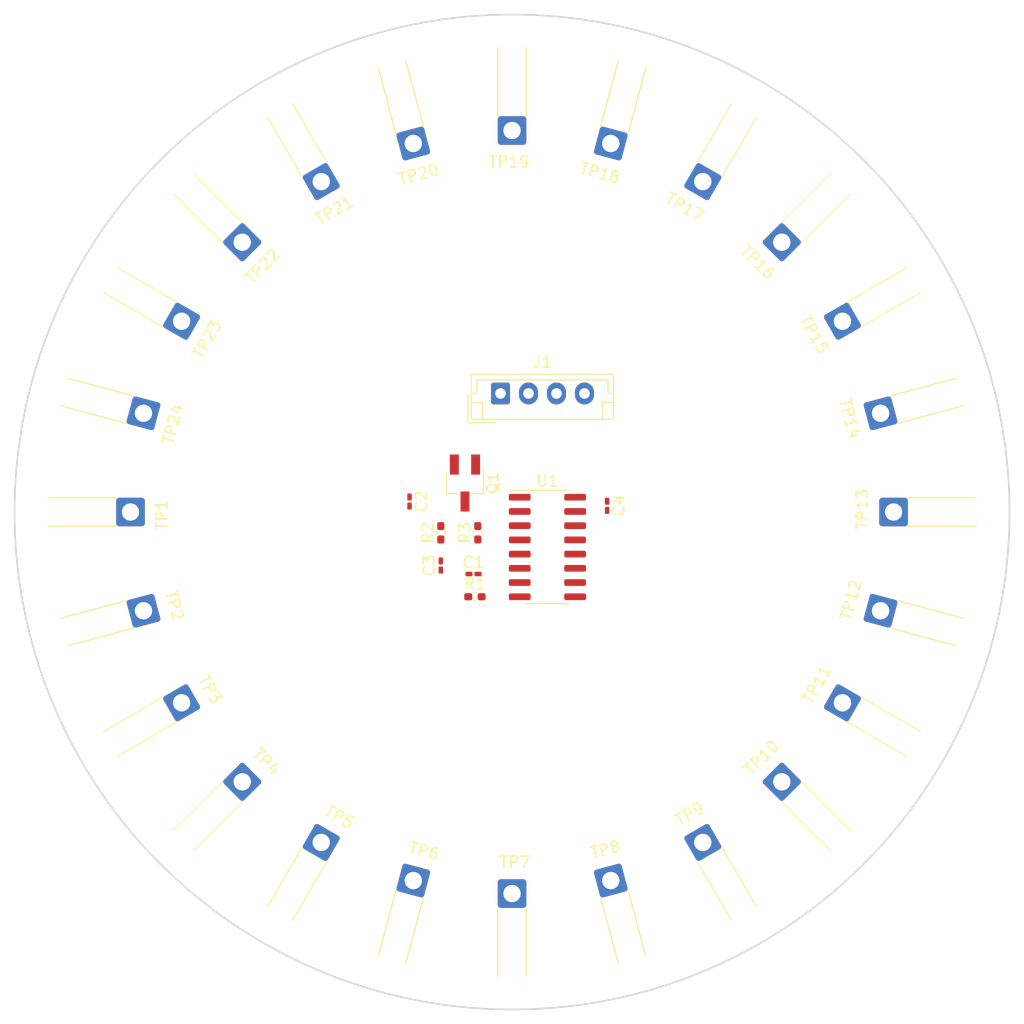
<source format=kicad_pcb>
(kicad_pcb (version 20171130) (host pcbnew "(5.1.9)-1")

  (general
    (thickness 1.6)
    (drawings 1)
    (tracks 0)
    (zones 0)
    (modules 34)
    (nets 37)
  )

  (page A4)
  (layers
    (0 F.Cu signal)
    (31 B.Cu signal)
    (32 B.Adhes user)
    (33 F.Adhes user)
    (34 B.Paste user)
    (35 F.Paste user)
    (36 B.SilkS user)
    (37 F.SilkS user)
    (38 B.Mask user)
    (39 F.Mask user)
    (40 Dwgs.User user)
    (41 Cmts.User user)
    (42 Eco1.User user)
    (43 Eco2.User user)
    (44 Edge.Cuts user)
    (45 Margin user)
    (46 B.CrtYd user)
    (47 F.CrtYd user)
    (48 B.Fab user)
    (49 F.Fab user)
  )

  (setup
    (last_trace_width 0.25)
    (trace_clearance 0.2)
    (zone_clearance 0.508)
    (zone_45_only no)
    (trace_min 0.2)
    (via_size 0.8)
    (via_drill 0.4)
    (via_min_size 0.4)
    (via_min_drill 0.3)
    (uvia_size 0.3)
    (uvia_drill 0.1)
    (uvias_allowed no)
    (uvia_min_size 0.2)
    (uvia_min_drill 0.1)
    (edge_width 0.1)
    (segment_width 0.2)
    (pcb_text_width 0.3)
    (pcb_text_size 1.5 1.5)
    (mod_edge_width 0.15)
    (mod_text_size 1 1)
    (mod_text_width 0.15)
    (pad_size 2.55 2.55)
    (pad_drill 1.55)
    (pad_to_mask_clearance 0)
    (aux_axis_origin 0 0)
    (visible_elements 7FFFFFFF)
    (pcbplotparams
      (layerselection 0x010fc_ffffffff)
      (usegerberextensions false)
      (usegerberattributes true)
      (usegerberadvancedattributes true)
      (creategerberjobfile true)
      (excludeedgelayer true)
      (linewidth 0.100000)
      (plotframeref false)
      (viasonmask false)
      (mode 1)
      (useauxorigin false)
      (hpglpennumber 1)
      (hpglpenspeed 20)
      (hpglpendiameter 15.000000)
      (psnegative false)
      (psa4output false)
      (plotreference true)
      (plotvalue true)
      (plotinvisibletext false)
      (padsonsilk false)
      (subtractmaskfromsilk false)
      (outputformat 1)
      (mirror false)
      (drillshape 1)
      (scaleselection 1)
      (outputdirectory ""))
  )

  (net 0 "")
  (net 1 "Net-(C1-Pad1)")
  (net 2 "Net-(C1-Pad2)")
  (net 3 GND)
  (net 4 +5V)
  (net 5 "Net-(C3-Pad1)")
  (net 6 /DATA)
  (net 7 /CLOCK)
  (net 8 "Net-(Q1-Pad2)")
  (net 9 "Net-(R1-Pad2)")
  (net 10 "Net-(R2-Pad1)")
  (net 11 "Net-(U1-Pad9)")
  (net 12 "Net-(U1-Pad10)")
  (net 13 "Net-(U1-Pad13)")
  (net 14 "Net-(C2-Pad1)")
  (net 15 "Net-(TP3-Pad1)")
  (net 16 "Net-(TP4-Pad1)")
  (net 17 "Net-(TP5-Pad1)")
  (net 18 "Net-(TP6-Pad1)")
  (net 19 "Net-(TP7-Pad1)")
  (net 20 "Net-(TP8-Pad1)")
  (net 21 "Net-(TP9-Pad1)")
  (net 22 "Net-(TP10-Pad1)")
  (net 23 "Net-(TP11-Pad1)")
  (net 24 "Net-(TP12-Pad1)")
  (net 25 "Net-(TP13-Pad1)")
  (net 26 "Net-(TP14-Pad1)")
  (net 27 "Net-(TP15-Pad1)")
  (net 28 "Net-(TP16-Pad1)")
  (net 29 "Net-(TP17-Pad1)")
  (net 30 "Net-(TP18-Pad1)")
  (net 31 "Net-(TP19-Pad1)")
  (net 32 "Net-(TP20-Pad1)")
  (net 33 "Net-(TP21-Pad1)")
  (net 34 "Net-(TP22-Pad1)")
  (net 35 "Net-(TP23-Pad1)")
  (net 36 "Net-(TP24-Pad1)")

  (net_class Default "This is the default net class."
    (clearance 0.2)
    (trace_width 0.25)
    (via_dia 0.8)
    (via_drill 0.4)
    (uvia_dia 0.3)
    (uvia_drill 0.1)
    (add_net +5V)
    (add_net /CLOCK)
    (add_net /DATA)
    (add_net GND)
    (add_net "Net-(C1-Pad1)")
    (add_net "Net-(C1-Pad2)")
    (add_net "Net-(C2-Pad1)")
    (add_net "Net-(C3-Pad1)")
    (add_net "Net-(Q1-Pad2)")
    (add_net "Net-(R1-Pad2)")
    (add_net "Net-(R2-Pad1)")
    (add_net "Net-(TP10-Pad1)")
    (add_net "Net-(TP11-Pad1)")
    (add_net "Net-(TP12-Pad1)")
    (add_net "Net-(TP13-Pad1)")
    (add_net "Net-(TP14-Pad1)")
    (add_net "Net-(TP15-Pad1)")
    (add_net "Net-(TP16-Pad1)")
    (add_net "Net-(TP17-Pad1)")
    (add_net "Net-(TP18-Pad1)")
    (add_net "Net-(TP19-Pad1)")
    (add_net "Net-(TP20-Pad1)")
    (add_net "Net-(TP21-Pad1)")
    (add_net "Net-(TP22-Pad1)")
    (add_net "Net-(TP23-Pad1)")
    (add_net "Net-(TP24-Pad1)")
    (add_net "Net-(TP3-Pad1)")
    (add_net "Net-(TP4-Pad1)")
    (add_net "Net-(TP5-Pad1)")
    (add_net "Net-(TP6-Pad1)")
    (add_net "Net-(TP7-Pad1)")
    (add_net "Net-(TP8-Pad1)")
    (add_net "Net-(TP9-Pad1)")
    (add_net "Net-(U1-Pad10)")
    (add_net "Net-(U1-Pad13)")
    (add_net "Net-(U1-Pad9)")
  )

  (module Custom-footprints:Radial-Pads-With-Relief (layer F.Cu) (tedit 60611C28) (tstamp 60619DC5)
    (at 122.471113 92.623657 255)
    (descr "Soldered wire connection with feed through strain relief, for a single 0.75 mm² wire, basic insulation, conductor diameter 1.25mm, outer diameter 2.3mm, size source Multi-Contact FLEXI-E 0.75 (https://ec.staubli.com/AcroFiles/Catalogues/TM_Cab-Main-11014119_(en)_hi.pdf), bend radius 3 times outer diameter, generated with kicad-footprint-generator")
    (tags "connector wire 0.75sqmm strain-relief")
    (path /6070A38E)
    (attr virtual)
    (fp_text reference TP24 (at 0.254 2.794 255) (layer F.SilkS)
      (effects (font (size 1 1) (thickness 0.15)))
    )
    (fp_text value SG- (at 0 16.4 255) (layer F.Fab)
      (effects (font (size 1 1) (thickness 0.15)))
    )
    (fp_text user %R (at 0 9.652 345) (layer F.Fab)
      (effects (font (size 1 1) (thickness 0.15)))
    )
    (fp_circle (center 0 5.588) (end 1.15 5.588) (layer F.Fab) (width 0.1))
    (fp_circle (center 0 13.8) (end 1.15 13.8) (layer F.Fab) (width 0.1))
    (fp_line (start -1.15 5.588) (end -1.15 13.8) (layer F.Fab) (width 0.1))
    (fp_line (start 1.15 5.588) (end 1.15 13.8) (layer F.Fab) (width 0.1))
    (fp_line (start 1.27 6.858) (end 1.27 12.954) (layer F.SilkS) (width 0.12))
    (fp_line (start -1.27 6.858) (end -1.27 12.954) (layer F.SilkS) (width 0.12))
    (fp_line (start -1.9 3.81) (end -1.9 16.057) (layer F.CrtYd) (width 0.05))
    (fp_line (start -1.9 15.7) (end 1.9 15.7) (layer F.CrtYd) (width 0.05))
    (fp_line (start 1.9 15.7) (end 1.9 3.81) (layer F.CrtYd) (width 0.05))
    (fp_line (start 1.9 3.81) (end -1.9 3.81) (layer F.CrtYd) (width 0.05))
    (fp_line (start -1.9 11.9) (end -1.9 15.7) (layer B.CrtYd) (width 0.05))
    (fp_line (start -1.9 15.7) (end 1.9 15.7) (layer B.CrtYd) (width 0.05))
    (fp_line (start 1.9 15.7) (end 1.9 11.9) (layer B.CrtYd) (width 0.05))
    (fp_line (start 1.9 11.9) (end -1.9 11.9) (layer B.CrtYd) (width 0.05))
    (pad "" np_thru_hole circle (at 0 13.8 255) (size 2.8 2.8) (drill 2.8) (layers *.Cu *.Mask))
    (pad 1 thru_hole roundrect (at 0 5.588 255) (size 2.55 2.55) (drill 1.55) (layers *.Cu *.Mask) (roundrect_rratio 0.098039)
      (net 36 "Net-(TP24-Pad1)"))
    (model ${KISYS3DMOD}/Connector_Wire.3dshapes/SolderWire-0.75sqmm_1x01_D1.25mm_OD2.3mm_Relief.wrl
      (at (xyz 0 0 0))
      (scale (xyz 1 1 1))
      (rotate (xyz 0 0 0))
    )
  )

  (module Custom-footprints:Radial-Pads-With-Relief (layer F.Cu) (tedit 60611C28) (tstamp 60619DB0)
    (at 125.318275 85.749999 240)
    (descr "Soldered wire connection with feed through strain relief, for a single 0.75 mm² wire, basic insulation, conductor diameter 1.25mm, outer diameter 2.3mm, size source Multi-Contact FLEXI-E 0.75 (https://ec.staubli.com/AcroFiles/Catalogues/TM_Cab-Main-11014119_(en)_hi.pdf), bend radius 3 times outer diameter, generated with kicad-footprint-generator")
    (tags "connector wire 0.75sqmm strain-relief")
    (path /6070A388)
    (attr virtual)
    (fp_text reference TP23 (at 0.254 2.794 240) (layer F.SilkS)
      (effects (font (size 1 1) (thickness 0.15)))
    )
    (fp_text value SG- (at 0 16.4 240) (layer F.Fab)
      (effects (font (size 1 1) (thickness 0.15)))
    )
    (fp_text user %R (at 0 9.652 330) (layer F.Fab)
      (effects (font (size 1 1) (thickness 0.15)))
    )
    (fp_circle (center 0 5.588) (end 1.15 5.588) (layer F.Fab) (width 0.1))
    (fp_circle (center 0 13.8) (end 1.15 13.8) (layer F.Fab) (width 0.1))
    (fp_line (start -1.15 5.588) (end -1.15 13.8) (layer F.Fab) (width 0.1))
    (fp_line (start 1.15 5.588) (end 1.15 13.8) (layer F.Fab) (width 0.1))
    (fp_line (start 1.27 6.858) (end 1.27 12.954) (layer F.SilkS) (width 0.12))
    (fp_line (start -1.27 6.858) (end -1.27 12.954) (layer F.SilkS) (width 0.12))
    (fp_line (start -1.9 3.81) (end -1.9 16.057) (layer F.CrtYd) (width 0.05))
    (fp_line (start -1.9 15.7) (end 1.9 15.7) (layer F.CrtYd) (width 0.05))
    (fp_line (start 1.9 15.7) (end 1.9 3.81) (layer F.CrtYd) (width 0.05))
    (fp_line (start 1.9 3.81) (end -1.9 3.81) (layer F.CrtYd) (width 0.05))
    (fp_line (start -1.9 11.9) (end -1.9 15.7) (layer B.CrtYd) (width 0.05))
    (fp_line (start -1.9 15.7) (end 1.9 15.7) (layer B.CrtYd) (width 0.05))
    (fp_line (start 1.9 15.7) (end 1.9 11.9) (layer B.CrtYd) (width 0.05))
    (fp_line (start 1.9 11.9) (end -1.9 11.9) (layer B.CrtYd) (width 0.05))
    (pad "" np_thru_hole circle (at 0 13.8 240) (size 2.8 2.8) (drill 2.8) (layers *.Cu *.Mask))
    (pad 1 thru_hole roundrect (at 0 5.588 240) (size 2.55 2.55) (drill 1.55) (layers *.Cu *.Mask) (roundrect_rratio 0.098039)
      (net 35 "Net-(TP23-Pad1)"))
    (model ${KISYS3DMOD}/Connector_Wire.3dshapes/SolderWire-0.75sqmm_1x01_D1.25mm_OD2.3mm_Relief.wrl
      (at (xyz 0 0 0))
      (scale (xyz 1 1 1))
      (rotate (xyz 0 0 0))
    )
  )

  (module Custom-footprints:Radial-Pads-With-Relief (layer F.Cu) (tedit 60611C28) (tstamp 60619D9B)
    (at 129.847456 79.847456 225)
    (descr "Soldered wire connection with feed through strain relief, for a single 0.75 mm² wire, basic insulation, conductor diameter 1.25mm, outer diameter 2.3mm, size source Multi-Contact FLEXI-E 0.75 (https://ec.staubli.com/AcroFiles/Catalogues/TM_Cab-Main-11014119_(en)_hi.pdf), bend radius 3 times outer diameter, generated with kicad-footprint-generator")
    (tags "connector wire 0.75sqmm strain-relief")
    (path /6070A382)
    (attr virtual)
    (fp_text reference TP22 (at 0.254 2.794 225) (layer F.SilkS)
      (effects (font (size 1 1) (thickness 0.15)))
    )
    (fp_text value SG- (at 0 16.4 225) (layer F.Fab)
      (effects (font (size 1 1) (thickness 0.15)))
    )
    (fp_text user %R (at 0 9.652 315) (layer F.Fab)
      (effects (font (size 1 1) (thickness 0.15)))
    )
    (fp_circle (center 0 5.588) (end 1.15 5.588) (layer F.Fab) (width 0.1))
    (fp_circle (center 0 13.8) (end 1.15 13.8) (layer F.Fab) (width 0.1))
    (fp_line (start -1.15 5.588) (end -1.15 13.8) (layer F.Fab) (width 0.1))
    (fp_line (start 1.15 5.588) (end 1.15 13.8) (layer F.Fab) (width 0.1))
    (fp_line (start 1.27 6.858) (end 1.27 12.954) (layer F.SilkS) (width 0.12))
    (fp_line (start -1.27 6.858) (end -1.27 12.954) (layer F.SilkS) (width 0.12))
    (fp_line (start -1.9 3.81) (end -1.9 16.057) (layer F.CrtYd) (width 0.05))
    (fp_line (start -1.9 15.7) (end 1.9 15.7) (layer F.CrtYd) (width 0.05))
    (fp_line (start 1.9 15.7) (end 1.9 3.81) (layer F.CrtYd) (width 0.05))
    (fp_line (start 1.9 3.81) (end -1.9 3.81) (layer F.CrtYd) (width 0.05))
    (fp_line (start -1.9 11.9) (end -1.9 15.7) (layer B.CrtYd) (width 0.05))
    (fp_line (start -1.9 15.7) (end 1.9 15.7) (layer B.CrtYd) (width 0.05))
    (fp_line (start 1.9 15.7) (end 1.9 11.9) (layer B.CrtYd) (width 0.05))
    (fp_line (start 1.9 11.9) (end -1.9 11.9) (layer B.CrtYd) (width 0.05))
    (pad "" np_thru_hole circle (at 0 13.8 225) (size 2.8 2.8) (drill 2.8) (layers *.Cu *.Mask))
    (pad 1 thru_hole roundrect (at 0 5.588 225) (size 2.55 2.55) (drill 1.55) (layers *.Cu *.Mask) (roundrect_rratio 0.098039)
      (net 34 "Net-(TP22-Pad1)"))
    (model ${KISYS3DMOD}/Connector_Wire.3dshapes/SolderWire-0.75sqmm_1x01_D1.25mm_OD2.3mm_Relief.wrl
      (at (xyz 0 0 0))
      (scale (xyz 1 1 1))
      (rotate (xyz 0 0 0))
    )
  )

  (module Custom-footprints:Radial-Pads-With-Relief (layer F.Cu) (tedit 60611C28) (tstamp 60619D86)
    (at 135.75 75.318275 210)
    (descr "Soldered wire connection with feed through strain relief, for a single 0.75 mm² wire, basic insulation, conductor diameter 1.25mm, outer diameter 2.3mm, size source Multi-Contact FLEXI-E 0.75 (https://ec.staubli.com/AcroFiles/Catalogues/TM_Cab-Main-11014119_(en)_hi.pdf), bend radius 3 times outer diameter, generated with kicad-footprint-generator")
    (tags "connector wire 0.75sqmm strain-relief")
    (path /60708351)
    (attr virtual)
    (fp_text reference TP21 (at 0.254 2.794 210) (layer F.SilkS)
      (effects (font (size 1 1) (thickness 0.15)))
    )
    (fp_text value SG- (at 0 16.4 210) (layer F.Fab)
      (effects (font (size 1 1) (thickness 0.15)))
    )
    (fp_text user %R (at 0 9.652 300) (layer F.Fab)
      (effects (font (size 1 1) (thickness 0.15)))
    )
    (fp_circle (center 0 5.588) (end 1.15 5.588) (layer F.Fab) (width 0.1))
    (fp_circle (center 0 13.8) (end 1.15 13.8) (layer F.Fab) (width 0.1))
    (fp_line (start -1.15 5.588) (end -1.15 13.8) (layer F.Fab) (width 0.1))
    (fp_line (start 1.15 5.588) (end 1.15 13.8) (layer F.Fab) (width 0.1))
    (fp_line (start 1.27 6.858) (end 1.27 12.954) (layer F.SilkS) (width 0.12))
    (fp_line (start -1.27 6.858) (end -1.27 12.954) (layer F.SilkS) (width 0.12))
    (fp_line (start -1.9 3.81) (end -1.9 16.057) (layer F.CrtYd) (width 0.05))
    (fp_line (start -1.9 15.7) (end 1.9 15.7) (layer F.CrtYd) (width 0.05))
    (fp_line (start 1.9 15.7) (end 1.9 3.81) (layer F.CrtYd) (width 0.05))
    (fp_line (start 1.9 3.81) (end -1.9 3.81) (layer F.CrtYd) (width 0.05))
    (fp_line (start -1.9 11.9) (end -1.9 15.7) (layer B.CrtYd) (width 0.05))
    (fp_line (start -1.9 15.7) (end 1.9 15.7) (layer B.CrtYd) (width 0.05))
    (fp_line (start 1.9 15.7) (end 1.9 11.9) (layer B.CrtYd) (width 0.05))
    (fp_line (start 1.9 11.9) (end -1.9 11.9) (layer B.CrtYd) (width 0.05))
    (pad "" np_thru_hole circle (at 0 13.8 210) (size 2.8 2.8) (drill 2.8) (layers *.Cu *.Mask))
    (pad 1 thru_hole roundrect (at 0 5.588 210) (size 2.55 2.55) (drill 1.55) (layers *.Cu *.Mask) (roundrect_rratio 0.098039)
      (net 33 "Net-(TP21-Pad1)"))
    (model ${KISYS3DMOD}/Connector_Wire.3dshapes/SolderWire-0.75sqmm_1x01_D1.25mm_OD2.3mm_Relief.wrl
      (at (xyz 0 0 0))
      (scale (xyz 1 1 1))
      (rotate (xyz 0 0 0))
    )
  )

  (module Custom-footprints:Radial-Pads-With-Relief (layer F.Cu) (tedit 60611C28) (tstamp 60619D71)
    (at 142.623657 72.471113 195)
    (descr "Soldered wire connection with feed through strain relief, for a single 0.75 mm² wire, basic insulation, conductor diameter 1.25mm, outer diameter 2.3mm, size source Multi-Contact FLEXI-E 0.75 (https://ec.staubli.com/AcroFiles/Catalogues/TM_Cab-Main-11014119_(en)_hi.pdf), bend radius 3 times outer diameter, generated with kicad-footprint-generator")
    (tags "connector wire 0.75sqmm strain-relief")
    (path /6070834B)
    (attr virtual)
    (fp_text reference TP20 (at 0.254 2.794 195) (layer F.SilkS)
      (effects (font (size 1 1) (thickness 0.15)))
    )
    (fp_text value SG- (at 0 16.4 195) (layer F.Fab)
      (effects (font (size 1 1) (thickness 0.15)))
    )
    (fp_text user %R (at 0 9.652 285) (layer F.Fab)
      (effects (font (size 1 1) (thickness 0.15)))
    )
    (fp_circle (center 0 5.588) (end 1.15 5.588) (layer F.Fab) (width 0.1))
    (fp_circle (center 0 13.8) (end 1.15 13.8) (layer F.Fab) (width 0.1))
    (fp_line (start -1.15 5.588) (end -1.15 13.8) (layer F.Fab) (width 0.1))
    (fp_line (start 1.15 5.588) (end 1.15 13.8) (layer F.Fab) (width 0.1))
    (fp_line (start 1.27 6.858) (end 1.27 12.954) (layer F.SilkS) (width 0.12))
    (fp_line (start -1.27 6.858) (end -1.27 12.954) (layer F.SilkS) (width 0.12))
    (fp_line (start -1.9 3.81) (end -1.9 16.057) (layer F.CrtYd) (width 0.05))
    (fp_line (start -1.9 15.7) (end 1.9 15.7) (layer F.CrtYd) (width 0.05))
    (fp_line (start 1.9 15.7) (end 1.9 3.81) (layer F.CrtYd) (width 0.05))
    (fp_line (start 1.9 3.81) (end -1.9 3.81) (layer F.CrtYd) (width 0.05))
    (fp_line (start -1.9 11.9) (end -1.9 15.7) (layer B.CrtYd) (width 0.05))
    (fp_line (start -1.9 15.7) (end 1.9 15.7) (layer B.CrtYd) (width 0.05))
    (fp_line (start 1.9 15.7) (end 1.9 11.9) (layer B.CrtYd) (width 0.05))
    (fp_line (start 1.9 11.9) (end -1.9 11.9) (layer B.CrtYd) (width 0.05))
    (pad "" np_thru_hole circle (at 0 13.8 195) (size 2.8 2.8) (drill 2.8) (layers *.Cu *.Mask))
    (pad 1 thru_hole roundrect (at 0 5.588 195) (size 2.55 2.55) (drill 1.55) (layers *.Cu *.Mask) (roundrect_rratio 0.098039)
      (net 32 "Net-(TP20-Pad1)"))
    (model ${KISYS3DMOD}/Connector_Wire.3dshapes/SolderWire-0.75sqmm_1x01_D1.25mm_OD2.3mm_Relief.wrl
      (at (xyz 0 0 0))
      (scale (xyz 1 1 1))
      (rotate (xyz 0 0 0))
    )
  )

  (module Custom-footprints:Radial-Pads-With-Relief (layer F.Cu) (tedit 60611C28) (tstamp 60619D5C)
    (at 150 71.5 180)
    (descr "Soldered wire connection with feed through strain relief, for a single 0.75 mm² wire, basic insulation, conductor diameter 1.25mm, outer diameter 2.3mm, size source Multi-Contact FLEXI-E 0.75 (https://ec.staubli.com/AcroFiles/Catalogues/TM_Cab-Main-11014119_(en)_hi.pdf), bend radius 3 times outer diameter, generated with kicad-footprint-generator")
    (tags "connector wire 0.75sqmm strain-relief")
    (path /60708345)
    (attr virtual)
    (fp_text reference TP19 (at 0.254 2.794 180) (layer F.SilkS)
      (effects (font (size 1 1) (thickness 0.15)))
    )
    (fp_text value SG- (at 0 16.4 180) (layer F.Fab)
      (effects (font (size 1 1) (thickness 0.15)))
    )
    (fp_text user %R (at 0 9.652 270) (layer F.Fab)
      (effects (font (size 1 1) (thickness 0.15)))
    )
    (fp_circle (center 0 5.588) (end 1.15 5.588) (layer F.Fab) (width 0.1))
    (fp_circle (center 0 13.8) (end 1.15 13.8) (layer F.Fab) (width 0.1))
    (fp_line (start -1.15 5.588) (end -1.15 13.8) (layer F.Fab) (width 0.1))
    (fp_line (start 1.15 5.588) (end 1.15 13.8) (layer F.Fab) (width 0.1))
    (fp_line (start 1.27 6.858) (end 1.27 12.954) (layer F.SilkS) (width 0.12))
    (fp_line (start -1.27 6.858) (end -1.27 12.954) (layer F.SilkS) (width 0.12))
    (fp_line (start -1.9 3.81) (end -1.9 16.057) (layer F.CrtYd) (width 0.05))
    (fp_line (start -1.9 15.7) (end 1.9 15.7) (layer F.CrtYd) (width 0.05))
    (fp_line (start 1.9 15.7) (end 1.9 3.81) (layer F.CrtYd) (width 0.05))
    (fp_line (start 1.9 3.81) (end -1.9 3.81) (layer F.CrtYd) (width 0.05))
    (fp_line (start -1.9 11.9) (end -1.9 15.7) (layer B.CrtYd) (width 0.05))
    (fp_line (start -1.9 15.7) (end 1.9 15.7) (layer B.CrtYd) (width 0.05))
    (fp_line (start 1.9 15.7) (end 1.9 11.9) (layer B.CrtYd) (width 0.05))
    (fp_line (start 1.9 11.9) (end -1.9 11.9) (layer B.CrtYd) (width 0.05))
    (pad "" np_thru_hole circle (at 0 13.8 180) (size 2.8 2.8) (drill 2.8) (layers *.Cu *.Mask))
    (pad 1 thru_hole roundrect (at 0 5.588 180) (size 2.55 2.55) (drill 1.55) (layers *.Cu *.Mask) (roundrect_rratio 0.098039)
      (net 31 "Net-(TP19-Pad1)"))
    (model ${KISYS3DMOD}/Connector_Wire.3dshapes/SolderWire-0.75sqmm_1x01_D1.25mm_OD2.3mm_Relief.wrl
      (at (xyz 0 0 0))
      (scale (xyz 1 1 1))
      (rotate (xyz 0 0 0))
    )
  )

  (module Custom-footprints:Radial-Pads-With-Relief (layer F.Cu) (tedit 60611C28) (tstamp 60619D47)
    (at 157.376342 72.471113 165)
    (descr "Soldered wire connection with feed through strain relief, for a single 0.75 mm² wire, basic insulation, conductor diameter 1.25mm, outer diameter 2.3mm, size source Multi-Contact FLEXI-E 0.75 (https://ec.staubli.com/AcroFiles/Catalogues/TM_Cab-Main-11014119_(en)_hi.pdf), bend radius 3 times outer diameter, generated with kicad-footprint-generator")
    (tags "connector wire 0.75sqmm strain-relief")
    (path /6070833F)
    (attr virtual)
    (fp_text reference TP18 (at 0.254 2.794 165) (layer F.SilkS)
      (effects (font (size 1 1) (thickness 0.15)))
    )
    (fp_text value SG- (at 0 16.4 165) (layer F.Fab)
      (effects (font (size 1 1) (thickness 0.15)))
    )
    (fp_text user %R (at 0 9.652 255) (layer F.Fab)
      (effects (font (size 1 1) (thickness 0.15)))
    )
    (fp_circle (center 0 5.588) (end 1.15 5.588) (layer F.Fab) (width 0.1))
    (fp_circle (center 0 13.8) (end 1.15 13.8) (layer F.Fab) (width 0.1))
    (fp_line (start -1.15 5.588) (end -1.15 13.8) (layer F.Fab) (width 0.1))
    (fp_line (start 1.15 5.588) (end 1.15 13.8) (layer F.Fab) (width 0.1))
    (fp_line (start 1.27 6.858) (end 1.27 12.954) (layer F.SilkS) (width 0.12))
    (fp_line (start -1.27 6.858) (end -1.27 12.954) (layer F.SilkS) (width 0.12))
    (fp_line (start -1.9 3.81) (end -1.9 16.057) (layer F.CrtYd) (width 0.05))
    (fp_line (start -1.9 15.7) (end 1.9 15.7) (layer F.CrtYd) (width 0.05))
    (fp_line (start 1.9 15.7) (end 1.9 3.81) (layer F.CrtYd) (width 0.05))
    (fp_line (start 1.9 3.81) (end -1.9 3.81) (layer F.CrtYd) (width 0.05))
    (fp_line (start -1.9 11.9) (end -1.9 15.7) (layer B.CrtYd) (width 0.05))
    (fp_line (start -1.9 15.7) (end 1.9 15.7) (layer B.CrtYd) (width 0.05))
    (fp_line (start 1.9 15.7) (end 1.9 11.9) (layer B.CrtYd) (width 0.05))
    (fp_line (start 1.9 11.9) (end -1.9 11.9) (layer B.CrtYd) (width 0.05))
    (pad "" np_thru_hole circle (at 0 13.8 165) (size 2.8 2.8) (drill 2.8) (layers *.Cu *.Mask))
    (pad 1 thru_hole roundrect (at 0 5.588 165) (size 2.55 2.55) (drill 1.55) (layers *.Cu *.Mask) (roundrect_rratio 0.098039)
      (net 30 "Net-(TP18-Pad1)"))
    (model ${KISYS3DMOD}/Connector_Wire.3dshapes/SolderWire-0.75sqmm_1x01_D1.25mm_OD2.3mm_Relief.wrl
      (at (xyz 0 0 0))
      (scale (xyz 1 1 1))
      (rotate (xyz 0 0 0))
    )
  )

  (module Custom-footprints:Radial-Pads-With-Relief (layer F.Cu) (tedit 60611C28) (tstamp 60619D32)
    (at 164.25 75.318275 150)
    (descr "Soldered wire connection with feed through strain relief, for a single 0.75 mm² wire, basic insulation, conductor diameter 1.25mm, outer diameter 2.3mm, size source Multi-Contact FLEXI-E 0.75 (https://ec.staubli.com/AcroFiles/Catalogues/TM_Cab-Main-11014119_(en)_hi.pdf), bend radius 3 times outer diameter, generated with kicad-footprint-generator")
    (tags "connector wire 0.75sqmm strain-relief")
    (path /60706961)
    (attr virtual)
    (fp_text reference TP17 (at 0.254 2.794 150) (layer F.SilkS)
      (effects (font (size 1 1) (thickness 0.15)))
    )
    (fp_text value SG- (at 0 16.4 150) (layer F.Fab)
      (effects (font (size 1 1) (thickness 0.15)))
    )
    (fp_text user %R (at 0 9.652 240) (layer F.Fab)
      (effects (font (size 1 1) (thickness 0.15)))
    )
    (fp_circle (center 0 5.588) (end 1.15 5.588) (layer F.Fab) (width 0.1))
    (fp_circle (center 0 13.8) (end 1.15 13.8) (layer F.Fab) (width 0.1))
    (fp_line (start -1.15 5.588) (end -1.15 13.8) (layer F.Fab) (width 0.1))
    (fp_line (start 1.15 5.588) (end 1.15 13.8) (layer F.Fab) (width 0.1))
    (fp_line (start 1.27 6.858) (end 1.27 12.954) (layer F.SilkS) (width 0.12))
    (fp_line (start -1.27 6.858) (end -1.27 12.954) (layer F.SilkS) (width 0.12))
    (fp_line (start -1.9 3.81) (end -1.9 16.057) (layer F.CrtYd) (width 0.05))
    (fp_line (start -1.9 15.7) (end 1.9 15.7) (layer F.CrtYd) (width 0.05))
    (fp_line (start 1.9 15.7) (end 1.9 3.81) (layer F.CrtYd) (width 0.05))
    (fp_line (start 1.9 3.81) (end -1.9 3.81) (layer F.CrtYd) (width 0.05))
    (fp_line (start -1.9 11.9) (end -1.9 15.7) (layer B.CrtYd) (width 0.05))
    (fp_line (start -1.9 15.7) (end 1.9 15.7) (layer B.CrtYd) (width 0.05))
    (fp_line (start 1.9 15.7) (end 1.9 11.9) (layer B.CrtYd) (width 0.05))
    (fp_line (start 1.9 11.9) (end -1.9 11.9) (layer B.CrtYd) (width 0.05))
    (pad "" np_thru_hole circle (at 0 13.8 150) (size 2.8 2.8) (drill 2.8) (layers *.Cu *.Mask))
    (pad 1 thru_hole roundrect (at 0 5.588 150) (size 2.55 2.55) (drill 1.55) (layers *.Cu *.Mask) (roundrect_rratio 0.098039)
      (net 29 "Net-(TP17-Pad1)"))
    (model ${KISYS3DMOD}/Connector_Wire.3dshapes/SolderWire-0.75sqmm_1x01_D1.25mm_OD2.3mm_Relief.wrl
      (at (xyz 0 0 0))
      (scale (xyz 1 1 1))
      (rotate (xyz 0 0 0))
    )
  )

  (module Custom-footprints:Radial-Pads-With-Relief (layer F.Cu) (tedit 60611C28) (tstamp 60619D1D)
    (at 170.152543 79.847456 135)
    (descr "Soldered wire connection with feed through strain relief, for a single 0.75 mm² wire, basic insulation, conductor diameter 1.25mm, outer diameter 2.3mm, size source Multi-Contact FLEXI-E 0.75 (https://ec.staubli.com/AcroFiles/Catalogues/TM_Cab-Main-11014119_(en)_hi.pdf), bend radius 3 times outer diameter, generated with kicad-footprint-generator")
    (tags "connector wire 0.75sqmm strain-relief")
    (path /6070695B)
    (attr virtual)
    (fp_text reference TP16 (at 0.254 2.794 135) (layer F.SilkS)
      (effects (font (size 1 1) (thickness 0.15)))
    )
    (fp_text value SG- (at 0 16.4 135) (layer F.Fab)
      (effects (font (size 1 1) (thickness 0.15)))
    )
    (fp_text user %R (at 0 9.652 225) (layer F.Fab)
      (effects (font (size 1 1) (thickness 0.15)))
    )
    (fp_circle (center 0 5.588) (end 1.15 5.588) (layer F.Fab) (width 0.1))
    (fp_circle (center 0 13.8) (end 1.15 13.8) (layer F.Fab) (width 0.1))
    (fp_line (start -1.15 5.588) (end -1.15 13.8) (layer F.Fab) (width 0.1))
    (fp_line (start 1.15 5.588) (end 1.15 13.8) (layer F.Fab) (width 0.1))
    (fp_line (start 1.27 6.858) (end 1.27 12.954) (layer F.SilkS) (width 0.12))
    (fp_line (start -1.27 6.858) (end -1.27 12.954) (layer F.SilkS) (width 0.12))
    (fp_line (start -1.9 3.81) (end -1.9 16.057) (layer F.CrtYd) (width 0.05))
    (fp_line (start -1.9 15.7) (end 1.9 15.7) (layer F.CrtYd) (width 0.05))
    (fp_line (start 1.9 15.7) (end 1.9 3.81) (layer F.CrtYd) (width 0.05))
    (fp_line (start 1.9 3.81) (end -1.9 3.81) (layer F.CrtYd) (width 0.05))
    (fp_line (start -1.9 11.9) (end -1.9 15.7) (layer B.CrtYd) (width 0.05))
    (fp_line (start -1.9 15.7) (end 1.9 15.7) (layer B.CrtYd) (width 0.05))
    (fp_line (start 1.9 15.7) (end 1.9 11.9) (layer B.CrtYd) (width 0.05))
    (fp_line (start 1.9 11.9) (end -1.9 11.9) (layer B.CrtYd) (width 0.05))
    (pad "" np_thru_hole circle (at 0 13.8 135) (size 2.8 2.8) (drill 2.8) (layers *.Cu *.Mask))
    (pad 1 thru_hole roundrect (at 0 5.588 135) (size 2.55 2.55) (drill 1.55) (layers *.Cu *.Mask) (roundrect_rratio 0.098039)
      (net 28 "Net-(TP16-Pad1)"))
    (model ${KISYS3DMOD}/Connector_Wire.3dshapes/SolderWire-0.75sqmm_1x01_D1.25mm_OD2.3mm_Relief.wrl
      (at (xyz 0 0 0))
      (scale (xyz 1 1 1))
      (rotate (xyz 0 0 0))
    )
  )

  (module Custom-footprints:Radial-Pads-With-Relief (layer F.Cu) (tedit 60611C28) (tstamp 60619D08)
    (at 174.681724 85.75 120)
    (descr "Soldered wire connection with feed through strain relief, for a single 0.75 mm² wire, basic insulation, conductor diameter 1.25mm, outer diameter 2.3mm, size source Multi-Contact FLEXI-E 0.75 (https://ec.staubli.com/AcroFiles/Catalogues/TM_Cab-Main-11014119_(en)_hi.pdf), bend radius 3 times outer diameter, generated with kicad-footprint-generator")
    (tags "connector wire 0.75sqmm strain-relief")
    (path /6070515D)
    (attr virtual)
    (fp_text reference TP15 (at 0.254 2.794 120) (layer F.SilkS)
      (effects (font (size 1 1) (thickness 0.15)))
    )
    (fp_text value SG- (at 0 16.4 120) (layer F.Fab)
      (effects (font (size 1 1) (thickness 0.15)))
    )
    (fp_text user %R (at 0 9.652 210) (layer F.Fab)
      (effects (font (size 1 1) (thickness 0.15)))
    )
    (fp_circle (center 0 5.588) (end 1.15 5.588) (layer F.Fab) (width 0.1))
    (fp_circle (center 0 13.8) (end 1.15 13.8) (layer F.Fab) (width 0.1))
    (fp_line (start -1.15 5.588) (end -1.15 13.8) (layer F.Fab) (width 0.1))
    (fp_line (start 1.15 5.588) (end 1.15 13.8) (layer F.Fab) (width 0.1))
    (fp_line (start 1.27 6.858) (end 1.27 12.954) (layer F.SilkS) (width 0.12))
    (fp_line (start -1.27 6.858) (end -1.27 12.954) (layer F.SilkS) (width 0.12))
    (fp_line (start -1.9 3.81) (end -1.9 16.057) (layer F.CrtYd) (width 0.05))
    (fp_line (start -1.9 15.7) (end 1.9 15.7) (layer F.CrtYd) (width 0.05))
    (fp_line (start 1.9 15.7) (end 1.9 3.81) (layer F.CrtYd) (width 0.05))
    (fp_line (start 1.9 3.81) (end -1.9 3.81) (layer F.CrtYd) (width 0.05))
    (fp_line (start -1.9 11.9) (end -1.9 15.7) (layer B.CrtYd) (width 0.05))
    (fp_line (start -1.9 15.7) (end 1.9 15.7) (layer B.CrtYd) (width 0.05))
    (fp_line (start 1.9 15.7) (end 1.9 11.9) (layer B.CrtYd) (width 0.05))
    (fp_line (start 1.9 11.9) (end -1.9 11.9) (layer B.CrtYd) (width 0.05))
    (pad "" np_thru_hole circle (at 0 13.8 120) (size 2.8 2.8) (drill 2.8) (layers *.Cu *.Mask))
    (pad 1 thru_hole roundrect (at 0 5.588 120) (size 2.55 2.55) (drill 1.55) (layers *.Cu *.Mask) (roundrect_rratio 0.098039)
      (net 27 "Net-(TP15-Pad1)"))
    (model ${KISYS3DMOD}/Connector_Wire.3dshapes/SolderWire-0.75sqmm_1x01_D1.25mm_OD2.3mm_Relief.wrl
      (at (xyz 0 0 0))
      (scale (xyz 1 1 1))
      (rotate (xyz 0 0 0))
    )
  )

  (module Custom-footprints:Radial-Pads-With-Relief (layer F.Cu) (tedit 60611C28) (tstamp 60619CF3)
    (at 177.528886 92.623657 105)
    (descr "Soldered wire connection with feed through strain relief, for a single 0.75 mm² wire, basic insulation, conductor diameter 1.25mm, outer diameter 2.3mm, size source Multi-Contact FLEXI-E 0.75 (https://ec.staubli.com/AcroFiles/Catalogues/TM_Cab-Main-11014119_(en)_hi.pdf), bend radius 3 times outer diameter, generated with kicad-footprint-generator")
    (tags "connector wire 0.75sqmm strain-relief")
    (path /60701A63)
    (attr virtual)
    (fp_text reference TP14 (at 0.254 2.794 105) (layer F.SilkS)
      (effects (font (size 1 1) (thickness 0.15)))
    )
    (fp_text value SG- (at 0 16.4 105) (layer F.Fab)
      (effects (font (size 1 1) (thickness 0.15)))
    )
    (fp_text user %R (at 0 9.652 195) (layer F.Fab)
      (effects (font (size 1 1) (thickness 0.15)))
    )
    (fp_circle (center 0 5.588) (end 1.15 5.588) (layer F.Fab) (width 0.1))
    (fp_circle (center 0 13.8) (end 1.15 13.8) (layer F.Fab) (width 0.1))
    (fp_line (start -1.15 5.588) (end -1.15 13.8) (layer F.Fab) (width 0.1))
    (fp_line (start 1.15 5.588) (end 1.15 13.8) (layer F.Fab) (width 0.1))
    (fp_line (start 1.27 6.858) (end 1.27 12.954) (layer F.SilkS) (width 0.12))
    (fp_line (start -1.27 6.858) (end -1.27 12.954) (layer F.SilkS) (width 0.12))
    (fp_line (start -1.9 3.81) (end -1.9 16.057) (layer F.CrtYd) (width 0.05))
    (fp_line (start -1.9 15.7) (end 1.9 15.7) (layer F.CrtYd) (width 0.05))
    (fp_line (start 1.9 15.7) (end 1.9 3.81) (layer F.CrtYd) (width 0.05))
    (fp_line (start 1.9 3.81) (end -1.9 3.81) (layer F.CrtYd) (width 0.05))
    (fp_line (start -1.9 11.9) (end -1.9 15.7) (layer B.CrtYd) (width 0.05))
    (fp_line (start -1.9 15.7) (end 1.9 15.7) (layer B.CrtYd) (width 0.05))
    (fp_line (start 1.9 15.7) (end 1.9 11.9) (layer B.CrtYd) (width 0.05))
    (fp_line (start 1.9 11.9) (end -1.9 11.9) (layer B.CrtYd) (width 0.05))
    (pad "" np_thru_hole circle (at 0 13.8 105) (size 2.8 2.8) (drill 2.8) (layers *.Cu *.Mask))
    (pad 1 thru_hole roundrect (at 0 5.588 105) (size 2.55 2.55) (drill 1.55) (layers *.Cu *.Mask) (roundrect_rratio 0.098039)
      (net 26 "Net-(TP14-Pad1)"))
    (model ${KISYS3DMOD}/Connector_Wire.3dshapes/SolderWire-0.75sqmm_1x01_D1.25mm_OD2.3mm_Relief.wrl
      (at (xyz 0 0 0))
      (scale (xyz 1 1 1))
      (rotate (xyz 0 0 0))
    )
  )

  (module Custom-footprints:Radial-Pads-With-Relief (layer F.Cu) (tedit 60611C28) (tstamp 60619CDE)
    (at 178.5 100 90)
    (descr "Soldered wire connection with feed through strain relief, for a single 0.75 mm² wire, basic insulation, conductor diameter 1.25mm, outer diameter 2.3mm, size source Multi-Contact FLEXI-E 0.75 (https://ec.staubli.com/AcroFiles/Catalogues/TM_Cab-Main-11014119_(en)_hi.pdf), bend radius 3 times outer diameter, generated with kicad-footprint-generator")
    (tags "connector wire 0.75sqmm strain-relief")
    (path /60700746)
    (attr virtual)
    (fp_text reference TP13 (at 0.254 2.794 90) (layer F.SilkS)
      (effects (font (size 1 1) (thickness 0.15)))
    )
    (fp_text value SG+ (at 0 16.4 90) (layer F.Fab)
      (effects (font (size 1 1) (thickness 0.15)))
    )
    (fp_text user %R (at 0 9.652 180) (layer F.Fab)
      (effects (font (size 1 1) (thickness 0.15)))
    )
    (fp_circle (center 0 5.588) (end 1.15 5.588) (layer F.Fab) (width 0.1))
    (fp_circle (center 0 13.8) (end 1.15 13.8) (layer F.Fab) (width 0.1))
    (fp_line (start -1.15 5.588) (end -1.15 13.8) (layer F.Fab) (width 0.1))
    (fp_line (start 1.15 5.588) (end 1.15 13.8) (layer F.Fab) (width 0.1))
    (fp_line (start 1.27 6.858) (end 1.27 12.954) (layer F.SilkS) (width 0.12))
    (fp_line (start -1.27 6.858) (end -1.27 12.954) (layer F.SilkS) (width 0.12))
    (fp_line (start -1.9 3.81) (end -1.9 16.057) (layer F.CrtYd) (width 0.05))
    (fp_line (start -1.9 15.7) (end 1.9 15.7) (layer F.CrtYd) (width 0.05))
    (fp_line (start 1.9 15.7) (end 1.9 3.81) (layer F.CrtYd) (width 0.05))
    (fp_line (start 1.9 3.81) (end -1.9 3.81) (layer F.CrtYd) (width 0.05))
    (fp_line (start -1.9 11.9) (end -1.9 15.7) (layer B.CrtYd) (width 0.05))
    (fp_line (start -1.9 15.7) (end 1.9 15.7) (layer B.CrtYd) (width 0.05))
    (fp_line (start 1.9 15.7) (end 1.9 11.9) (layer B.CrtYd) (width 0.05))
    (fp_line (start 1.9 11.9) (end -1.9 11.9) (layer B.CrtYd) (width 0.05))
    (pad "" np_thru_hole circle (at 0 13.8 90) (size 2.8 2.8) (drill 2.8) (layers *.Cu *.Mask))
    (pad 1 thru_hole roundrect (at 0 5.588 90) (size 2.55 2.55) (drill 1.55) (layers *.Cu *.Mask) (roundrect_rratio 0.098039)
      (net 25 "Net-(TP13-Pad1)"))
    (model ${KISYS3DMOD}/Connector_Wire.3dshapes/SolderWire-0.75sqmm_1x01_D1.25mm_OD2.3mm_Relief.wrl
      (at (xyz 0 0 0))
      (scale (xyz 1 1 1))
      (rotate (xyz 0 0 0))
    )
  )

  (module Custom-footprints:Radial-Pads-With-Relief (layer F.Cu) (tedit 60611C28) (tstamp 60619CC9)
    (at 177.528886 107.376342 75)
    (descr "Soldered wire connection with feed through strain relief, for a single 0.75 mm² wire, basic insulation, conductor diameter 1.25mm, outer diameter 2.3mm, size source Multi-Contact FLEXI-E 0.75 (https://ec.staubli.com/AcroFiles/Catalogues/TM_Cab-Main-11014119_(en)_hi.pdf), bend radius 3 times outer diameter, generated with kicad-footprint-generator")
    (tags "connector wire 0.75sqmm strain-relief")
    (path /60700740)
    (attr virtual)
    (fp_text reference TP12 (at 0.254 2.794 75) (layer F.SilkS)
      (effects (font (size 1 1) (thickness 0.15)))
    )
    (fp_text value SG+ (at 0 16.4 75) (layer F.Fab)
      (effects (font (size 1 1) (thickness 0.15)))
    )
    (fp_text user %R (at 0 9.652 165) (layer F.Fab)
      (effects (font (size 1 1) (thickness 0.15)))
    )
    (fp_circle (center 0 5.588) (end 1.15 5.588) (layer F.Fab) (width 0.1))
    (fp_circle (center 0 13.8) (end 1.15 13.8) (layer F.Fab) (width 0.1))
    (fp_line (start -1.15 5.588) (end -1.15 13.8) (layer F.Fab) (width 0.1))
    (fp_line (start 1.15 5.588) (end 1.15 13.8) (layer F.Fab) (width 0.1))
    (fp_line (start 1.27 6.858) (end 1.27 12.954) (layer F.SilkS) (width 0.12))
    (fp_line (start -1.27 6.858) (end -1.27 12.954) (layer F.SilkS) (width 0.12))
    (fp_line (start -1.9 3.81) (end -1.9 16.057) (layer F.CrtYd) (width 0.05))
    (fp_line (start -1.9 15.7) (end 1.9 15.7) (layer F.CrtYd) (width 0.05))
    (fp_line (start 1.9 15.7) (end 1.9 3.81) (layer F.CrtYd) (width 0.05))
    (fp_line (start 1.9 3.81) (end -1.9 3.81) (layer F.CrtYd) (width 0.05))
    (fp_line (start -1.9 11.9) (end -1.9 15.7) (layer B.CrtYd) (width 0.05))
    (fp_line (start -1.9 15.7) (end 1.9 15.7) (layer B.CrtYd) (width 0.05))
    (fp_line (start 1.9 15.7) (end 1.9 11.9) (layer B.CrtYd) (width 0.05))
    (fp_line (start 1.9 11.9) (end -1.9 11.9) (layer B.CrtYd) (width 0.05))
    (pad "" np_thru_hole circle (at 0 13.8 75) (size 2.8 2.8) (drill 2.8) (layers *.Cu *.Mask))
    (pad 1 thru_hole roundrect (at 0 5.588 75) (size 2.55 2.55) (drill 1.55) (layers *.Cu *.Mask) (roundrect_rratio 0.098039)
      (net 24 "Net-(TP12-Pad1)"))
    (model ${KISYS3DMOD}/Connector_Wire.3dshapes/SolderWire-0.75sqmm_1x01_D1.25mm_OD2.3mm_Relief.wrl
      (at (xyz 0 0 0))
      (scale (xyz 1 1 1))
      (rotate (xyz 0 0 0))
    )
  )

  (module Custom-footprints:Radial-Pads-With-Relief (layer F.Cu) (tedit 60611C28) (tstamp 60619CB4)
    (at 174.681724 114.25 60)
    (descr "Soldered wire connection with feed through strain relief, for a single 0.75 mm² wire, basic insulation, conductor diameter 1.25mm, outer diameter 2.3mm, size source Multi-Contact FLEXI-E 0.75 (https://ec.staubli.com/AcroFiles/Catalogues/TM_Cab-Main-11014119_(en)_hi.pdf), bend radius 3 times outer diameter, generated with kicad-footprint-generator")
    (tags "connector wire 0.75sqmm strain-relief")
    (path /6070073A)
    (attr virtual)
    (fp_text reference TP11 (at 0.254 2.794 60) (layer F.SilkS)
      (effects (font (size 1 1) (thickness 0.15)))
    )
    (fp_text value SG+ (at 0 16.4 60) (layer F.Fab)
      (effects (font (size 1 1) (thickness 0.15)))
    )
    (fp_text user %R (at 0 9.652 150) (layer F.Fab)
      (effects (font (size 1 1) (thickness 0.15)))
    )
    (fp_circle (center 0 5.588) (end 1.15 5.588) (layer F.Fab) (width 0.1))
    (fp_circle (center 0 13.8) (end 1.15 13.8) (layer F.Fab) (width 0.1))
    (fp_line (start -1.15 5.588) (end -1.15 13.8) (layer F.Fab) (width 0.1))
    (fp_line (start 1.15 5.588) (end 1.15 13.8) (layer F.Fab) (width 0.1))
    (fp_line (start 1.27 6.858) (end 1.27 12.954) (layer F.SilkS) (width 0.12))
    (fp_line (start -1.27 6.858) (end -1.27 12.954) (layer F.SilkS) (width 0.12))
    (fp_line (start -1.9 3.81) (end -1.9 16.057) (layer F.CrtYd) (width 0.05))
    (fp_line (start -1.9 15.7) (end 1.9 15.7) (layer F.CrtYd) (width 0.05))
    (fp_line (start 1.9 15.7) (end 1.9 3.81) (layer F.CrtYd) (width 0.05))
    (fp_line (start 1.9 3.81) (end -1.9 3.81) (layer F.CrtYd) (width 0.05))
    (fp_line (start -1.9 11.9) (end -1.9 15.7) (layer B.CrtYd) (width 0.05))
    (fp_line (start -1.9 15.7) (end 1.9 15.7) (layer B.CrtYd) (width 0.05))
    (fp_line (start 1.9 15.7) (end 1.9 11.9) (layer B.CrtYd) (width 0.05))
    (fp_line (start 1.9 11.9) (end -1.9 11.9) (layer B.CrtYd) (width 0.05))
    (pad "" np_thru_hole circle (at 0 13.8 60) (size 2.8 2.8) (drill 2.8) (layers *.Cu *.Mask))
    (pad 1 thru_hole roundrect (at 0 5.588 60) (size 2.55 2.55) (drill 1.55) (layers *.Cu *.Mask) (roundrect_rratio 0.098039)
      (net 23 "Net-(TP11-Pad1)"))
    (model ${KISYS3DMOD}/Connector_Wire.3dshapes/SolderWire-0.75sqmm_1x01_D1.25mm_OD2.3mm_Relief.wrl
      (at (xyz 0 0 0))
      (scale (xyz 1 1 1))
      (rotate (xyz 0 0 0))
    )
  )

  (module Custom-footprints:Radial-Pads-With-Relief (layer F.Cu) (tedit 60611C28) (tstamp 60619C9F)
    (at 170.152543 120.152543 45)
    (descr "Soldered wire connection with feed through strain relief, for a single 0.75 mm² wire, basic insulation, conductor diameter 1.25mm, outer diameter 2.3mm, size source Multi-Contact FLEXI-E 0.75 (https://ec.staubli.com/AcroFiles/Catalogues/TM_Cab-Main-11014119_(en)_hi.pdf), bend radius 3 times outer diameter, generated with kicad-footprint-generator")
    (tags "connector wire 0.75sqmm strain-relief")
    (path /606FE6FA)
    (attr virtual)
    (fp_text reference TP10 (at 0.254 2.794 45) (layer F.SilkS)
      (effects (font (size 1 1) (thickness 0.15)))
    )
    (fp_text value SG+ (at 0 16.4 45) (layer F.Fab)
      (effects (font (size 1 1) (thickness 0.15)))
    )
    (fp_text user %R (at 0 9.652 135) (layer F.Fab)
      (effects (font (size 1 1) (thickness 0.15)))
    )
    (fp_circle (center 0 5.588) (end 1.15 5.588) (layer F.Fab) (width 0.1))
    (fp_circle (center 0 13.8) (end 1.15 13.8) (layer F.Fab) (width 0.1))
    (fp_line (start -1.15 5.588) (end -1.15 13.8) (layer F.Fab) (width 0.1))
    (fp_line (start 1.15 5.588) (end 1.15 13.8) (layer F.Fab) (width 0.1))
    (fp_line (start 1.27 6.858) (end 1.27 12.954) (layer F.SilkS) (width 0.12))
    (fp_line (start -1.27 6.858) (end -1.27 12.954) (layer F.SilkS) (width 0.12))
    (fp_line (start -1.9 3.81) (end -1.9 16.057) (layer F.CrtYd) (width 0.05))
    (fp_line (start -1.9 15.7) (end 1.9 15.7) (layer F.CrtYd) (width 0.05))
    (fp_line (start 1.9 15.7) (end 1.9 3.81) (layer F.CrtYd) (width 0.05))
    (fp_line (start 1.9 3.81) (end -1.9 3.81) (layer F.CrtYd) (width 0.05))
    (fp_line (start -1.9 11.9) (end -1.9 15.7) (layer B.CrtYd) (width 0.05))
    (fp_line (start -1.9 15.7) (end 1.9 15.7) (layer B.CrtYd) (width 0.05))
    (fp_line (start 1.9 15.7) (end 1.9 11.9) (layer B.CrtYd) (width 0.05))
    (fp_line (start 1.9 11.9) (end -1.9 11.9) (layer B.CrtYd) (width 0.05))
    (pad "" np_thru_hole circle (at 0 13.8 45) (size 2.8 2.8) (drill 2.8) (layers *.Cu *.Mask))
    (pad 1 thru_hole roundrect (at 0 5.588 45) (size 2.55 2.55) (drill 1.55) (layers *.Cu *.Mask) (roundrect_rratio 0.098039)
      (net 22 "Net-(TP10-Pad1)"))
    (model ${KISYS3DMOD}/Connector_Wire.3dshapes/SolderWire-0.75sqmm_1x01_D1.25mm_OD2.3mm_Relief.wrl
      (at (xyz 0 0 0))
      (scale (xyz 1 1 1))
      (rotate (xyz 0 0 0))
    )
  )

  (module Custom-footprints:Radial-Pads-With-Relief (layer F.Cu) (tedit 60611C28) (tstamp 60619C8A)
    (at 164.25 124.681724 30)
    (descr "Soldered wire connection with feed through strain relief, for a single 0.75 mm² wire, basic insulation, conductor diameter 1.25mm, outer diameter 2.3mm, size source Multi-Contact FLEXI-E 0.75 (https://ec.staubli.com/AcroFiles/Catalogues/TM_Cab-Main-11014119_(en)_hi.pdf), bend radius 3 times outer diameter, generated with kicad-footprint-generator")
    (tags "connector wire 0.75sqmm strain-relief")
    (path /606FE6F4)
    (attr virtual)
    (fp_text reference TP9 (at 0.254 2.794 30) (layer F.SilkS)
      (effects (font (size 1 1) (thickness 0.15)))
    )
    (fp_text value SG+ (at 0 16.4 30) (layer F.Fab)
      (effects (font (size 1 1) (thickness 0.15)))
    )
    (fp_text user %R (at 0 9.652 120) (layer F.Fab)
      (effects (font (size 1 1) (thickness 0.15)))
    )
    (fp_circle (center 0 5.588) (end 1.15 5.588) (layer F.Fab) (width 0.1))
    (fp_circle (center 0 13.8) (end 1.15 13.8) (layer F.Fab) (width 0.1))
    (fp_line (start -1.15 5.588) (end -1.15 13.8) (layer F.Fab) (width 0.1))
    (fp_line (start 1.15 5.588) (end 1.15 13.8) (layer F.Fab) (width 0.1))
    (fp_line (start 1.27 6.858) (end 1.27 12.954) (layer F.SilkS) (width 0.12))
    (fp_line (start -1.27 6.858) (end -1.27 12.954) (layer F.SilkS) (width 0.12))
    (fp_line (start -1.9 3.81) (end -1.9 16.057) (layer F.CrtYd) (width 0.05))
    (fp_line (start -1.9 15.7) (end 1.9 15.7) (layer F.CrtYd) (width 0.05))
    (fp_line (start 1.9 15.7) (end 1.9 3.81) (layer F.CrtYd) (width 0.05))
    (fp_line (start 1.9 3.81) (end -1.9 3.81) (layer F.CrtYd) (width 0.05))
    (fp_line (start -1.9 11.9) (end -1.9 15.7) (layer B.CrtYd) (width 0.05))
    (fp_line (start -1.9 15.7) (end 1.9 15.7) (layer B.CrtYd) (width 0.05))
    (fp_line (start 1.9 15.7) (end 1.9 11.9) (layer B.CrtYd) (width 0.05))
    (fp_line (start 1.9 11.9) (end -1.9 11.9) (layer B.CrtYd) (width 0.05))
    (pad "" np_thru_hole circle (at 0 13.8 30) (size 2.8 2.8) (drill 2.8) (layers *.Cu *.Mask))
    (pad 1 thru_hole roundrect (at 0 5.588 30) (size 2.55 2.55) (drill 1.55) (layers *.Cu *.Mask) (roundrect_rratio 0.098039)
      (net 21 "Net-(TP9-Pad1)"))
    (model ${KISYS3DMOD}/Connector_Wire.3dshapes/SolderWire-0.75sqmm_1x01_D1.25mm_OD2.3mm_Relief.wrl
      (at (xyz 0 0 0))
      (scale (xyz 1 1 1))
      (rotate (xyz 0 0 0))
    )
  )

  (module Custom-footprints:Radial-Pads-With-Relief (layer F.Cu) (tedit 60611C28) (tstamp 60619C75)
    (at 157.376342 127.528886 15)
    (descr "Soldered wire connection with feed through strain relief, for a single 0.75 mm² wire, basic insulation, conductor diameter 1.25mm, outer diameter 2.3mm, size source Multi-Contact FLEXI-E 0.75 (https://ec.staubli.com/AcroFiles/Catalogues/TM_Cab-Main-11014119_(en)_hi.pdf), bend radius 3 times outer diameter, generated with kicad-footprint-generator")
    (tags "connector wire 0.75sqmm strain-relief")
    (path /606FE6EE)
    (attr virtual)
    (fp_text reference TP8 (at 0.254 2.794 15) (layer F.SilkS)
      (effects (font (size 1 1) (thickness 0.15)))
    )
    (fp_text value SG+ (at 0 16.4 15) (layer F.Fab)
      (effects (font (size 1 1) (thickness 0.15)))
    )
    (fp_text user %R (at 0 9.652 105) (layer F.Fab)
      (effects (font (size 1 1) (thickness 0.15)))
    )
    (fp_circle (center 0 5.588) (end 1.15 5.588) (layer F.Fab) (width 0.1))
    (fp_circle (center 0 13.8) (end 1.15 13.8) (layer F.Fab) (width 0.1))
    (fp_line (start -1.15 5.588) (end -1.15 13.8) (layer F.Fab) (width 0.1))
    (fp_line (start 1.15 5.588) (end 1.15 13.8) (layer F.Fab) (width 0.1))
    (fp_line (start 1.27 6.858) (end 1.27 12.954) (layer F.SilkS) (width 0.12))
    (fp_line (start -1.27 6.858) (end -1.27 12.954) (layer F.SilkS) (width 0.12))
    (fp_line (start -1.9 3.81) (end -1.9 16.057) (layer F.CrtYd) (width 0.05))
    (fp_line (start -1.9 15.7) (end 1.9 15.7) (layer F.CrtYd) (width 0.05))
    (fp_line (start 1.9 15.7) (end 1.9 3.81) (layer F.CrtYd) (width 0.05))
    (fp_line (start 1.9 3.81) (end -1.9 3.81) (layer F.CrtYd) (width 0.05))
    (fp_line (start -1.9 11.9) (end -1.9 15.7) (layer B.CrtYd) (width 0.05))
    (fp_line (start -1.9 15.7) (end 1.9 15.7) (layer B.CrtYd) (width 0.05))
    (fp_line (start 1.9 15.7) (end 1.9 11.9) (layer B.CrtYd) (width 0.05))
    (fp_line (start 1.9 11.9) (end -1.9 11.9) (layer B.CrtYd) (width 0.05))
    (pad "" np_thru_hole circle (at 0 13.8 15) (size 2.8 2.8) (drill 2.8) (layers *.Cu *.Mask))
    (pad 1 thru_hole roundrect (at 0 5.588 15) (size 2.55 2.55) (drill 1.55) (layers *.Cu *.Mask) (roundrect_rratio 0.098039)
      (net 20 "Net-(TP8-Pad1)"))
    (model ${KISYS3DMOD}/Connector_Wire.3dshapes/SolderWire-0.75sqmm_1x01_D1.25mm_OD2.3mm_Relief.wrl
      (at (xyz 0 0 0))
      (scale (xyz 1 1 1))
      (rotate (xyz 0 0 0))
    )
  )

  (module Custom-footprints:Radial-Pads-With-Relief (layer F.Cu) (tedit 60611C28) (tstamp 60619C60)
    (at 150 128.5)
    (descr "Soldered wire connection with feed through strain relief, for a single 0.75 mm² wire, basic insulation, conductor diameter 1.25mm, outer diameter 2.3mm, size source Multi-Contact FLEXI-E 0.75 (https://ec.staubli.com/AcroFiles/Catalogues/TM_Cab-Main-11014119_(en)_hi.pdf), bend radius 3 times outer diameter, generated with kicad-footprint-generator")
    (tags "connector wire 0.75sqmm strain-relief")
    (path /606FE6E8)
    (attr virtual)
    (fp_text reference TP7 (at 0.254 2.794) (layer F.SilkS)
      (effects (font (size 1 1) (thickness 0.15)))
    )
    (fp_text value SG+ (at 0 16.4) (layer F.Fab)
      (effects (font (size 1 1) (thickness 0.15)))
    )
    (fp_text user %R (at 0 9.652 90) (layer F.Fab)
      (effects (font (size 1 1) (thickness 0.15)))
    )
    (fp_circle (center 0 5.588) (end 1.15 5.588) (layer F.Fab) (width 0.1))
    (fp_circle (center 0 13.8) (end 1.15 13.8) (layer F.Fab) (width 0.1))
    (fp_line (start -1.15 5.588) (end -1.15 13.8) (layer F.Fab) (width 0.1))
    (fp_line (start 1.15 5.588) (end 1.15 13.8) (layer F.Fab) (width 0.1))
    (fp_line (start 1.27 6.858) (end 1.27 12.954) (layer F.SilkS) (width 0.12))
    (fp_line (start -1.27 6.858) (end -1.27 12.954) (layer F.SilkS) (width 0.12))
    (fp_line (start -1.9 3.81) (end -1.9 16.057) (layer F.CrtYd) (width 0.05))
    (fp_line (start -1.9 15.7) (end 1.9 15.7) (layer F.CrtYd) (width 0.05))
    (fp_line (start 1.9 15.7) (end 1.9 3.81) (layer F.CrtYd) (width 0.05))
    (fp_line (start 1.9 3.81) (end -1.9 3.81) (layer F.CrtYd) (width 0.05))
    (fp_line (start -1.9 11.9) (end -1.9 15.7) (layer B.CrtYd) (width 0.05))
    (fp_line (start -1.9 15.7) (end 1.9 15.7) (layer B.CrtYd) (width 0.05))
    (fp_line (start 1.9 15.7) (end 1.9 11.9) (layer B.CrtYd) (width 0.05))
    (fp_line (start 1.9 11.9) (end -1.9 11.9) (layer B.CrtYd) (width 0.05))
    (pad "" np_thru_hole circle (at 0 13.8) (size 2.8 2.8) (drill 2.8) (layers *.Cu *.Mask))
    (pad 1 thru_hole roundrect (at 0 5.588) (size 2.55 2.55) (drill 1.55) (layers *.Cu *.Mask) (roundrect_rratio 0.098039)
      (net 19 "Net-(TP7-Pad1)"))
    (model ${KISYS3DMOD}/Connector_Wire.3dshapes/SolderWire-0.75sqmm_1x01_D1.25mm_OD2.3mm_Relief.wrl
      (at (xyz 0 0 0))
      (scale (xyz 1 1 1))
      (rotate (xyz 0 0 0))
    )
  )

  (module Custom-footprints:Radial-Pads-With-Relief (layer F.Cu) (tedit 60611C28) (tstamp 60619C4B)
    (at 142.623657 127.528886 345)
    (descr "Soldered wire connection with feed through strain relief, for a single 0.75 mm² wire, basic insulation, conductor diameter 1.25mm, outer diameter 2.3mm, size source Multi-Contact FLEXI-E 0.75 (https://ec.staubli.com/AcroFiles/Catalogues/TM_Cab-Main-11014119_(en)_hi.pdf), bend radius 3 times outer diameter, generated with kicad-footprint-generator")
    (tags "connector wire 0.75sqmm strain-relief")
    (path /606FB170)
    (attr virtual)
    (fp_text reference TP6 (at 0.254 2.794 345) (layer F.SilkS)
      (effects (font (size 1 1) (thickness 0.15)))
    )
    (fp_text value SG+ (at 0 16.4 345) (layer F.Fab)
      (effects (font (size 1 1) (thickness 0.15)))
    )
    (fp_text user %R (at 0 9.652 75) (layer F.Fab)
      (effects (font (size 1 1) (thickness 0.15)))
    )
    (fp_circle (center 0 5.588) (end 1.15 5.588) (layer F.Fab) (width 0.1))
    (fp_circle (center 0 13.8) (end 1.15 13.8) (layer F.Fab) (width 0.1))
    (fp_line (start -1.15 5.588) (end -1.15 13.8) (layer F.Fab) (width 0.1))
    (fp_line (start 1.15 5.588) (end 1.15 13.8) (layer F.Fab) (width 0.1))
    (fp_line (start 1.27 6.858) (end 1.27 12.954) (layer F.SilkS) (width 0.12))
    (fp_line (start -1.27 6.858) (end -1.27 12.954) (layer F.SilkS) (width 0.12))
    (fp_line (start -1.9 3.81) (end -1.9 16.057) (layer F.CrtYd) (width 0.05))
    (fp_line (start -1.9 15.7) (end 1.9 15.7) (layer F.CrtYd) (width 0.05))
    (fp_line (start 1.9 15.7) (end 1.9 3.81) (layer F.CrtYd) (width 0.05))
    (fp_line (start 1.9 3.81) (end -1.9 3.81) (layer F.CrtYd) (width 0.05))
    (fp_line (start -1.9 11.9) (end -1.9 15.7) (layer B.CrtYd) (width 0.05))
    (fp_line (start -1.9 15.7) (end 1.9 15.7) (layer B.CrtYd) (width 0.05))
    (fp_line (start 1.9 15.7) (end 1.9 11.9) (layer B.CrtYd) (width 0.05))
    (fp_line (start 1.9 11.9) (end -1.9 11.9) (layer B.CrtYd) (width 0.05))
    (pad "" np_thru_hole circle (at 0 13.8 345) (size 2.8 2.8) (drill 2.8) (layers *.Cu *.Mask))
    (pad 1 thru_hole roundrect (at 0 5.588 345) (size 2.55 2.55) (drill 1.55) (layers *.Cu *.Mask) (roundrect_rratio 0.098039)
      (net 18 "Net-(TP6-Pad1)"))
    (model ${KISYS3DMOD}/Connector_Wire.3dshapes/SolderWire-0.75sqmm_1x01_D1.25mm_OD2.3mm_Relief.wrl
      (at (xyz 0 0 0))
      (scale (xyz 1 1 1))
      (rotate (xyz 0 0 0))
    )
  )

  (module Custom-footprints:Radial-Pads-With-Relief (layer F.Cu) (tedit 60611C28) (tstamp 60619C36)
    (at 135.75 124.681724 330)
    (descr "Soldered wire connection with feed through strain relief, for a single 0.75 mm² wire, basic insulation, conductor diameter 1.25mm, outer diameter 2.3mm, size source Multi-Contact FLEXI-E 0.75 (https://ec.staubli.com/AcroFiles/Catalogues/TM_Cab-Main-11014119_(en)_hi.pdf), bend radius 3 times outer diameter, generated with kicad-footprint-generator")
    (tags "connector wire 0.75sqmm strain-relief")
    (path /606FADA4)
    (attr virtual)
    (fp_text reference TP5 (at 0.254 2.794 330) (layer F.SilkS)
      (effects (font (size 1 1) (thickness 0.15)))
    )
    (fp_text value SG+ (at 0 16.4 330) (layer F.Fab)
      (effects (font (size 1 1) (thickness 0.15)))
    )
    (fp_text user %R (at 0 9.652 60) (layer F.Fab)
      (effects (font (size 1 1) (thickness 0.15)))
    )
    (fp_circle (center 0 5.588) (end 1.15 5.588) (layer F.Fab) (width 0.1))
    (fp_circle (center 0 13.8) (end 1.15 13.8) (layer F.Fab) (width 0.1))
    (fp_line (start -1.15 5.588) (end -1.15 13.8) (layer F.Fab) (width 0.1))
    (fp_line (start 1.15 5.588) (end 1.15 13.8) (layer F.Fab) (width 0.1))
    (fp_line (start 1.27 6.858) (end 1.27 12.954) (layer F.SilkS) (width 0.12))
    (fp_line (start -1.27 6.858) (end -1.27 12.954) (layer F.SilkS) (width 0.12))
    (fp_line (start -1.9 3.81) (end -1.9 16.057) (layer F.CrtYd) (width 0.05))
    (fp_line (start -1.9 15.7) (end 1.9 15.7) (layer F.CrtYd) (width 0.05))
    (fp_line (start 1.9 15.7) (end 1.9 3.81) (layer F.CrtYd) (width 0.05))
    (fp_line (start 1.9 3.81) (end -1.9 3.81) (layer F.CrtYd) (width 0.05))
    (fp_line (start -1.9 11.9) (end -1.9 15.7) (layer B.CrtYd) (width 0.05))
    (fp_line (start -1.9 15.7) (end 1.9 15.7) (layer B.CrtYd) (width 0.05))
    (fp_line (start 1.9 15.7) (end 1.9 11.9) (layer B.CrtYd) (width 0.05))
    (fp_line (start 1.9 11.9) (end -1.9 11.9) (layer B.CrtYd) (width 0.05))
    (pad "" np_thru_hole circle (at 0 13.8 330) (size 2.8 2.8) (drill 2.8) (layers *.Cu *.Mask))
    (pad 1 thru_hole roundrect (at 0 5.588 330) (size 2.55 2.55) (drill 1.55) (layers *.Cu *.Mask) (roundrect_rratio 0.098039)
      (net 17 "Net-(TP5-Pad1)"))
    (model ${KISYS3DMOD}/Connector_Wire.3dshapes/SolderWire-0.75sqmm_1x01_D1.25mm_OD2.3mm_Relief.wrl
      (at (xyz 0 0 0))
      (scale (xyz 1 1 1))
      (rotate (xyz 0 0 0))
    )
  )

  (module Custom-footprints:Radial-Pads-With-Relief (layer F.Cu) (tedit 60611C28) (tstamp 60619C21)
    (at 129.847456 120.152543 315)
    (descr "Soldered wire connection with feed through strain relief, for a single 0.75 mm² wire, basic insulation, conductor diameter 1.25mm, outer diameter 2.3mm, size source Multi-Contact FLEXI-E 0.75 (https://ec.staubli.com/AcroFiles/Catalogues/TM_Cab-Main-11014119_(en)_hi.pdf), bend radius 3 times outer diameter, generated with kicad-footprint-generator")
    (tags "connector wire 0.75sqmm strain-relief")
    (path /606F9E9C)
    (attr virtual)
    (fp_text reference TP4 (at 0.254 2.794 315) (layer F.SilkS)
      (effects (font (size 1 1) (thickness 0.15)))
    )
    (fp_text value SG+ (at 0 16.4 315) (layer F.Fab)
      (effects (font (size 1 1) (thickness 0.15)))
    )
    (fp_text user %R (at 0 9.652 45) (layer F.Fab)
      (effects (font (size 1 1) (thickness 0.15)))
    )
    (fp_circle (center 0 5.588) (end 1.15 5.588) (layer F.Fab) (width 0.1))
    (fp_circle (center 0 13.8) (end 1.15 13.8) (layer F.Fab) (width 0.1))
    (fp_line (start -1.15 5.588) (end -1.15 13.8) (layer F.Fab) (width 0.1))
    (fp_line (start 1.15 5.588) (end 1.15 13.8) (layer F.Fab) (width 0.1))
    (fp_line (start 1.27 6.858) (end 1.27 12.954) (layer F.SilkS) (width 0.12))
    (fp_line (start -1.27 6.858) (end -1.27 12.954) (layer F.SilkS) (width 0.12))
    (fp_line (start -1.9 3.81) (end -1.9 16.057) (layer F.CrtYd) (width 0.05))
    (fp_line (start -1.9 15.7) (end 1.9 15.7) (layer F.CrtYd) (width 0.05))
    (fp_line (start 1.9 15.7) (end 1.9 3.81) (layer F.CrtYd) (width 0.05))
    (fp_line (start 1.9 3.81) (end -1.9 3.81) (layer F.CrtYd) (width 0.05))
    (fp_line (start -1.9 11.9) (end -1.9 15.7) (layer B.CrtYd) (width 0.05))
    (fp_line (start -1.9 15.7) (end 1.9 15.7) (layer B.CrtYd) (width 0.05))
    (fp_line (start 1.9 15.7) (end 1.9 11.9) (layer B.CrtYd) (width 0.05))
    (fp_line (start 1.9 11.9) (end -1.9 11.9) (layer B.CrtYd) (width 0.05))
    (pad "" np_thru_hole circle (at 0 13.8 315) (size 2.8 2.8) (drill 2.8) (layers *.Cu *.Mask))
    (pad 1 thru_hole roundrect (at 0 5.588 315) (size 2.55 2.55) (drill 1.55) (layers *.Cu *.Mask) (roundrect_rratio 0.098039)
      (net 16 "Net-(TP4-Pad1)"))
    (model ${KISYS3DMOD}/Connector_Wire.3dshapes/SolderWire-0.75sqmm_1x01_D1.25mm_OD2.3mm_Relief.wrl
      (at (xyz 0 0 0))
      (scale (xyz 1 1 1))
      (rotate (xyz 0 0 0))
    )
  )

  (module Custom-footprints:Radial-Pads-With-Relief (layer F.Cu) (tedit 60611C28) (tstamp 60619C0C)
    (at 125.318275 114.25 300)
    (descr "Soldered wire connection with feed through strain relief, for a single 0.75 mm² wire, basic insulation, conductor diameter 1.25mm, outer diameter 2.3mm, size source Multi-Contact FLEXI-E 0.75 (https://ec.staubli.com/AcroFiles/Catalogues/TM_Cab-Main-11014119_(en)_hi.pdf), bend radius 3 times outer diameter, generated with kicad-footprint-generator")
    (tags "connector wire 0.75sqmm strain-relief")
    (path /606F8AEF)
    (attr virtual)
    (fp_text reference TP3 (at 0.254 2.794 300) (layer F.SilkS)
      (effects (font (size 1 1) (thickness 0.15)))
    )
    (fp_text value SG+ (at 0 16.4 300) (layer F.Fab)
      (effects (font (size 1 1) (thickness 0.15)))
    )
    (fp_text user %R (at 0 9.652 30) (layer F.Fab)
      (effects (font (size 1 1) (thickness 0.15)))
    )
    (fp_circle (center 0 5.588) (end 1.15 5.588) (layer F.Fab) (width 0.1))
    (fp_circle (center 0 13.8) (end 1.15 13.8) (layer F.Fab) (width 0.1))
    (fp_line (start -1.15 5.588) (end -1.15 13.8) (layer F.Fab) (width 0.1))
    (fp_line (start 1.15 5.588) (end 1.15 13.8) (layer F.Fab) (width 0.1))
    (fp_line (start 1.27 6.858) (end 1.27 12.954) (layer F.SilkS) (width 0.12))
    (fp_line (start -1.27 6.858) (end -1.27 12.954) (layer F.SilkS) (width 0.12))
    (fp_line (start -1.9 3.81) (end -1.9 16.057) (layer F.CrtYd) (width 0.05))
    (fp_line (start -1.9 15.7) (end 1.9 15.7) (layer F.CrtYd) (width 0.05))
    (fp_line (start 1.9 15.7) (end 1.9 3.81) (layer F.CrtYd) (width 0.05))
    (fp_line (start 1.9 3.81) (end -1.9 3.81) (layer F.CrtYd) (width 0.05))
    (fp_line (start -1.9 11.9) (end -1.9 15.7) (layer B.CrtYd) (width 0.05))
    (fp_line (start -1.9 15.7) (end 1.9 15.7) (layer B.CrtYd) (width 0.05))
    (fp_line (start 1.9 15.7) (end 1.9 11.9) (layer B.CrtYd) (width 0.05))
    (fp_line (start 1.9 11.9) (end -1.9 11.9) (layer B.CrtYd) (width 0.05))
    (pad "" np_thru_hole circle (at 0 13.8 300) (size 2.8 2.8) (drill 2.8) (layers *.Cu *.Mask))
    (pad 1 thru_hole roundrect (at 0 5.588 300) (size 2.55 2.55) (drill 1.55) (layers *.Cu *.Mask) (roundrect_rratio 0.098039)
      (net 15 "Net-(TP3-Pad1)"))
    (model ${KISYS3DMOD}/Connector_Wire.3dshapes/SolderWire-0.75sqmm_1x01_D1.25mm_OD2.3mm_Relief.wrl
      (at (xyz 0 0 0))
      (scale (xyz 1 1 1))
      (rotate (xyz 0 0 0))
    )
  )

  (module Custom-footprints:Radial-Pads-With-Relief (layer F.Cu) (tedit 60611C28) (tstamp 605FAB49)
    (at 122.471113 107.376342 285)
    (descr "Soldered wire connection with feed through strain relief, for a single 0.75 mm² wire, basic insulation, conductor diameter 1.25mm, outer diameter 2.3mm, size source Multi-Contact FLEXI-E 0.75 (https://ec.staubli.com/AcroFiles/Catalogues/TM_Cab-Main-11014119_(en)_hi.pdf), bend radius 3 times outer diameter, generated with kicad-footprint-generator")
    (tags "connector wire 0.75sqmm strain-relief")
    (path /603CD1EE)
    (attr virtual)
    (fp_text reference TP2 (at 0.254 2.794 105) (layer F.SilkS)
      (effects (font (size 1 1) (thickness 0.15)))
    )
    (fp_text value SG- (at 0 16.4 105) (layer F.Fab)
      (effects (font (size 1 1) (thickness 0.15)))
    )
    (fp_text user %R (at 0 9.652 15) (layer F.Fab)
      (effects (font (size 1 1) (thickness 0.15)))
    )
    (fp_circle (center 0 5.588) (end 1.15 5.588) (layer F.Fab) (width 0.1))
    (fp_circle (center 0 13.8) (end 1.15 13.8) (layer F.Fab) (width 0.1))
    (fp_line (start -1.15 5.588) (end -1.15 13.8) (layer F.Fab) (width 0.1))
    (fp_line (start 1.15 5.588) (end 1.15 13.8) (layer F.Fab) (width 0.1))
    (fp_line (start 1.27 6.858) (end 1.27 12.954) (layer F.SilkS) (width 0.12))
    (fp_line (start -1.27 6.858) (end -1.27 12.954) (layer F.SilkS) (width 0.12))
    (fp_line (start -1.9 3.81) (end -1.9 16.057) (layer F.CrtYd) (width 0.05))
    (fp_line (start -1.9 15.7) (end 1.9 15.7) (layer F.CrtYd) (width 0.05))
    (fp_line (start 1.9 15.7) (end 1.9 3.81) (layer F.CrtYd) (width 0.05))
    (fp_line (start 1.9 3.81) (end -1.9 3.81) (layer F.CrtYd) (width 0.05))
    (fp_line (start -1.9 11.9) (end -1.9 15.7) (layer B.CrtYd) (width 0.05))
    (fp_line (start -1.9 15.7) (end 1.9 15.7) (layer B.CrtYd) (width 0.05))
    (fp_line (start 1.9 15.7) (end 1.9 11.9) (layer B.CrtYd) (width 0.05))
    (fp_line (start 1.9 11.9) (end -1.9 11.9) (layer B.CrtYd) (width 0.05))
    (pad "" np_thru_hole circle (at 0 13.8 285) (size 2.8 2.8) (drill 2.8) (layers *.Cu *.Mask))
    (pad 1 thru_hole roundrect (at 0 5.588 285) (size 2.55 2.55) (drill 1.55) (layers *.Cu *.Mask) (roundrect_rratio 0.098039)
      (net 9 "Net-(R1-Pad2)"))
    (model ${KISYS3DMOD}/Connector_Wire.3dshapes/SolderWire-0.75sqmm_1x01_D1.25mm_OD2.3mm_Relief.wrl
      (at (xyz 0 0 0))
      (scale (xyz 1 1 1))
      (rotate (xyz 0 0 0))
    )
  )

  (module Custom-footprints:Radial-Pads-With-Relief (layer F.Cu) (tedit 60611C28) (tstamp 6061792D)
    (at 121.5 100 270)
    (descr "Soldered wire connection with feed through strain relief, for a single 0.75 mm² wire, basic insulation, conductor diameter 1.25mm, outer diameter 2.3mm, size source Multi-Contact FLEXI-E 0.75 (https://ec.staubli.com/AcroFiles/Catalogues/TM_Cab-Main-11014119_(en)_hi.pdf), bend radius 3 times outer diameter, generated with kicad-footprint-generator")
    (tags "connector wire 0.75sqmm strain-relief")
    (path /603CC3D6)
    (attr virtual)
    (fp_text reference TP1 (at 0.254 2.794 90) (layer F.SilkS)
      (effects (font (size 1 1) (thickness 0.15)))
    )
    (fp_text value SG+ (at 0 16.4 90) (layer F.Fab)
      (effects (font (size 1 1) (thickness 0.15)))
    )
    (fp_text user %R (at 0 9.652) (layer F.Fab)
      (effects (font (size 1 1) (thickness 0.15)))
    )
    (fp_circle (center 0 5.588) (end 1.15 5.588) (layer F.Fab) (width 0.1))
    (fp_circle (center 0 13.8) (end 1.15 13.8) (layer F.Fab) (width 0.1))
    (fp_line (start -1.15 5.588) (end -1.15 13.8) (layer F.Fab) (width 0.1))
    (fp_line (start 1.15 5.588) (end 1.15 13.8) (layer F.Fab) (width 0.1))
    (fp_line (start 1.27 6.858) (end 1.27 12.954) (layer F.SilkS) (width 0.12))
    (fp_line (start -1.27 6.858) (end -1.27 12.954) (layer F.SilkS) (width 0.12))
    (fp_line (start -1.9 3.81) (end -1.9 16.057) (layer F.CrtYd) (width 0.05))
    (fp_line (start -1.9 15.7) (end 1.9 15.7) (layer F.CrtYd) (width 0.05))
    (fp_line (start 1.9 15.7) (end 1.9 3.81) (layer F.CrtYd) (width 0.05))
    (fp_line (start 1.9 3.81) (end -1.9 3.81) (layer F.CrtYd) (width 0.05))
    (fp_line (start -1.9 11.9) (end -1.9 15.7) (layer B.CrtYd) (width 0.05))
    (fp_line (start -1.9 15.7) (end 1.9 15.7) (layer B.CrtYd) (width 0.05))
    (fp_line (start 1.9 15.7) (end 1.9 11.9) (layer B.CrtYd) (width 0.05))
    (fp_line (start 1.9 11.9) (end -1.9 11.9) (layer B.CrtYd) (width 0.05))
    (pad "" np_thru_hole circle (at 0 13.8 270) (size 2.8 2.8) (drill 2.8) (layers *.Cu *.Mask))
    (pad 1 thru_hole roundrect (at 0 5.588 270) (size 2.55 2.55) (drill 1.55) (layers *.Cu *.Mask) (roundrect_rratio 0.098039)
      (net 1 "Net-(C1-Pad1)"))
    (model ${KISYS3DMOD}/Connector_Wire.3dshapes/SolderWire-0.75sqmm_1x01_D1.25mm_OD2.3mm_Relief.wrl
      (at (xyz 0 0 0))
      (scale (xyz 1 1 1))
      (rotate (xyz 0 0 0))
    )
  )

  (module Package_SO:SOIC-16_3.9x9.9mm_P1.27mm (layer F.Cu) (tedit 5D9F72B1) (tstamp 605FAC28)
    (at 153.162 103.124)
    (descr "SOIC, 16 Pin (JEDEC MS-012AC, https://www.analog.com/media/en/package-pcb-resources/package/pkg_pdf/soic_narrow-r/r_16.pdf), generated with kicad-footprint-generator ipc_gullwing_generator.py")
    (tags "SOIC SO")
    (path /603C67EF)
    (attr smd)
    (fp_text reference U1 (at 0 -5.9) (layer F.SilkS)
      (effects (font (size 1 1) (thickness 0.15)))
    )
    (fp_text value Hx711 (at 0 5.9) (layer F.Fab)
      (effects (font (size 1 1) (thickness 0.15)))
    )
    (fp_line (start 0 5.06) (end 1.95 5.06) (layer F.SilkS) (width 0.12))
    (fp_line (start 0 5.06) (end -1.95 5.06) (layer F.SilkS) (width 0.12))
    (fp_line (start 0 -5.06) (end 1.95 -5.06) (layer F.SilkS) (width 0.12))
    (fp_line (start 0 -5.06) (end -3.45 -5.06) (layer F.SilkS) (width 0.12))
    (fp_line (start -0.975 -4.95) (end 1.95 -4.95) (layer F.Fab) (width 0.1))
    (fp_line (start 1.95 -4.95) (end 1.95 4.95) (layer F.Fab) (width 0.1))
    (fp_line (start 1.95 4.95) (end -1.95 4.95) (layer F.Fab) (width 0.1))
    (fp_line (start -1.95 4.95) (end -1.95 -3.975) (layer F.Fab) (width 0.1))
    (fp_line (start -1.95 -3.975) (end -0.975 -4.95) (layer F.Fab) (width 0.1))
    (fp_line (start -3.7 -5.2) (end -3.7 5.2) (layer F.CrtYd) (width 0.05))
    (fp_line (start -3.7 5.2) (end 3.7 5.2) (layer F.CrtYd) (width 0.05))
    (fp_line (start 3.7 5.2) (end 3.7 -5.2) (layer F.CrtYd) (width 0.05))
    (fp_line (start 3.7 -5.2) (end -3.7 -5.2) (layer F.CrtYd) (width 0.05))
    (fp_text user %R (at 0 0) (layer F.Fab)
      (effects (font (size 0.98 0.98) (thickness 0.15)))
    )
    (pad 16 smd roundrect (at 2.475 -4.445) (size 1.95 0.6) (layers F.Cu F.Paste F.Mask) (roundrect_rratio 0.25)
      (net 4 +5V))
    (pad 15 smd roundrect (at 2.475 -3.175) (size 1.95 0.6) (layers F.Cu F.Paste F.Mask) (roundrect_rratio 0.25)
      (net 3 GND))
    (pad 14 smd roundrect (at 2.475 -1.905) (size 1.95 0.6) (layers F.Cu F.Paste F.Mask) (roundrect_rratio 0.25)
      (net 3 GND))
    (pad 13 smd roundrect (at 2.475 -0.635) (size 1.95 0.6) (layers F.Cu F.Paste F.Mask) (roundrect_rratio 0.25)
      (net 13 "Net-(U1-Pad13)"))
    (pad 12 smd roundrect (at 2.475 0.635) (size 1.95 0.6) (layers F.Cu F.Paste F.Mask) (roundrect_rratio 0.25)
      (net 6 /DATA))
    (pad 11 smd roundrect (at 2.475 1.905) (size 1.95 0.6) (layers F.Cu F.Paste F.Mask) (roundrect_rratio 0.25)
      (net 7 /CLOCK))
    (pad 10 smd roundrect (at 2.475 3.175) (size 1.95 0.6) (layers F.Cu F.Paste F.Mask) (roundrect_rratio 0.25)
      (net 12 "Net-(U1-Pad10)"))
    (pad 9 smd roundrect (at 2.475 4.445) (size 1.95 0.6) (layers F.Cu F.Paste F.Mask) (roundrect_rratio 0.25)
      (net 11 "Net-(U1-Pad9)"))
    (pad 8 smd roundrect (at -2.475 4.445) (size 1.95 0.6) (layers F.Cu F.Paste F.Mask) (roundrect_rratio 0.25)
      (net 2 "Net-(C1-Pad2)"))
    (pad 7 smd roundrect (at -2.475 3.175) (size 1.95 0.6) (layers F.Cu F.Paste F.Mask) (roundrect_rratio 0.25)
      (net 1 "Net-(C1-Pad1)"))
    (pad 6 smd roundrect (at -2.475 1.905) (size 1.95 0.6) (layers F.Cu F.Paste F.Mask) (roundrect_rratio 0.25)
      (net 5 "Net-(C3-Pad1)"))
    (pad 5 smd roundrect (at -2.475 0.635) (size 1.95 0.6) (layers F.Cu F.Paste F.Mask) (roundrect_rratio 0.25)
      (net 14 "Net-(C2-Pad1)"))
    (pad 4 smd roundrect (at -2.475 -0.635) (size 1.95 0.6) (layers F.Cu F.Paste F.Mask) (roundrect_rratio 0.25)
      (net 10 "Net-(R2-Pad1)"))
    (pad 3 smd roundrect (at -2.475 -1.905) (size 1.95 0.6) (layers F.Cu F.Paste F.Mask) (roundrect_rratio 0.25)
      (net 14 "Net-(C2-Pad1)"))
    (pad 2 smd roundrect (at -2.475 -3.175) (size 1.95 0.6) (layers F.Cu F.Paste F.Mask) (roundrect_rratio 0.25)
      (net 8 "Net-(Q1-Pad2)"))
    (pad 1 smd roundrect (at -2.475 -4.445) (size 1.95 0.6) (layers F.Cu F.Paste F.Mask) (roundrect_rratio 0.25)
      (net 4 +5V))
    (model ${KISYS3DMOD}/Package_SO.3dshapes/SOIC-16_3.9x9.9mm_P1.27mm.wrl
      (at (xyz 0 0 0))
      (scale (xyz 1 1 1))
      (rotate (xyz 0 0 0))
    )
  )

  (module Resistor_SMD:R_0402_1005Metric_Pad0.72x0.64mm_HandSolder (layer F.Cu) (tedit 5F6BB9E0) (tstamp 605FAB1F)
    (at 146.939 101.854 90)
    (descr "Resistor SMD 0402 (1005 Metric), square (rectangular) end terminal, IPC_7351 nominal with elongated pad for handsoldering. (Body size source: IPC-SM-782 page 72, https://www.pcb-3d.com/wordpress/wp-content/uploads/ipc-sm-782a_amendment_1_and_2.pdf), generated with kicad-footprint-generator")
    (tags "resistor handsolder")
    (path /603D1DC4)
    (attr smd)
    (fp_text reference R3 (at 0 -1.17 90) (layer F.SilkS)
      (effects (font (size 1 1) (thickness 0.15)))
    )
    (fp_text value 8.2K (at 0 1.17 90) (layer F.Fab)
      (effects (font (size 1 1) (thickness 0.15)))
    )
    (fp_line (start -0.525 0.27) (end -0.525 -0.27) (layer F.Fab) (width 0.1))
    (fp_line (start -0.525 -0.27) (end 0.525 -0.27) (layer F.Fab) (width 0.1))
    (fp_line (start 0.525 -0.27) (end 0.525 0.27) (layer F.Fab) (width 0.1))
    (fp_line (start 0.525 0.27) (end -0.525 0.27) (layer F.Fab) (width 0.1))
    (fp_line (start -0.167621 -0.38) (end 0.167621 -0.38) (layer F.SilkS) (width 0.12))
    (fp_line (start -0.167621 0.38) (end 0.167621 0.38) (layer F.SilkS) (width 0.12))
    (fp_line (start -1.1 0.47) (end -1.1 -0.47) (layer F.CrtYd) (width 0.05))
    (fp_line (start -1.1 -0.47) (end 1.1 -0.47) (layer F.CrtYd) (width 0.05))
    (fp_line (start 1.1 -0.47) (end 1.1 0.47) (layer F.CrtYd) (width 0.05))
    (fp_line (start 1.1 0.47) (end -1.1 0.47) (layer F.CrtYd) (width 0.05))
    (fp_text user %R (at 0 0 90) (layer F.Fab)
      (effects (font (size 0.26 0.26) (thickness 0.04)))
    )
    (pad 2 smd roundrect (at 0.5975 0 90) (size 0.715 0.64) (layers F.Cu F.Paste F.Mask) (roundrect_rratio 0.25)
      (net 14 "Net-(C2-Pad1)"))
    (pad 1 smd roundrect (at -0.5975 0 90) (size 0.715 0.64) (layers F.Cu F.Paste F.Mask) (roundrect_rratio 0.25)
      (net 10 "Net-(R2-Pad1)"))
    (model ${KISYS3DMOD}/Resistor_SMD.3dshapes/R_0402_1005Metric.wrl
      (at (xyz 0 0 0))
      (scale (xyz 1 1 1))
      (rotate (xyz 0 0 0))
    )
  )

  (module Resistor_SMD:R_0402_1005Metric_Pad0.72x0.64mm_HandSolder (layer F.Cu) (tedit 5F6BB9E0) (tstamp 605FAB0E)
    (at 143.637 101.854 90)
    (descr "Resistor SMD 0402 (1005 Metric), square (rectangular) end terminal, IPC_7351 nominal with elongated pad for handsoldering. (Body size source: IPC-SM-782 page 72, https://www.pcb-3d.com/wordpress/wp-content/uploads/ipc-sm-782a_amendment_1_and_2.pdf), generated with kicad-footprint-generator")
    (tags "resistor handsolder")
    (path /603D0737)
    (attr smd)
    (fp_text reference R2 (at 0 -1.17 90) (layer F.SilkS)
      (effects (font (size 1 1) (thickness 0.15)))
    )
    (fp_text value 20K (at 0 1.17 90) (layer F.Fab)
      (effects (font (size 1 1) (thickness 0.15)))
    )
    (fp_line (start -0.525 0.27) (end -0.525 -0.27) (layer F.Fab) (width 0.1))
    (fp_line (start -0.525 -0.27) (end 0.525 -0.27) (layer F.Fab) (width 0.1))
    (fp_line (start 0.525 -0.27) (end 0.525 0.27) (layer F.Fab) (width 0.1))
    (fp_line (start 0.525 0.27) (end -0.525 0.27) (layer F.Fab) (width 0.1))
    (fp_line (start -0.167621 -0.38) (end 0.167621 -0.38) (layer F.SilkS) (width 0.12))
    (fp_line (start -0.167621 0.38) (end 0.167621 0.38) (layer F.SilkS) (width 0.12))
    (fp_line (start -1.1 0.47) (end -1.1 -0.47) (layer F.CrtYd) (width 0.05))
    (fp_line (start -1.1 -0.47) (end 1.1 -0.47) (layer F.CrtYd) (width 0.05))
    (fp_line (start 1.1 -0.47) (end 1.1 0.47) (layer F.CrtYd) (width 0.05))
    (fp_line (start 1.1 0.47) (end -1.1 0.47) (layer F.CrtYd) (width 0.05))
    (fp_text user %R (at 0 0 90) (layer F.Fab)
      (effects (font (size 0.26 0.26) (thickness 0.04)))
    )
    (pad 2 smd roundrect (at 0.5975 0 90) (size 0.715 0.64) (layers F.Cu F.Paste F.Mask) (roundrect_rratio 0.25)
      (net 14 "Net-(C2-Pad1)"))
    (pad 1 smd roundrect (at -0.5975 0 90) (size 0.715 0.64) (layers F.Cu F.Paste F.Mask) (roundrect_rratio 0.25)
      (net 10 "Net-(R2-Pad1)"))
    (model ${KISYS3DMOD}/Resistor_SMD.3dshapes/R_0402_1005Metric.wrl
      (at (xyz 0 0 0))
      (scale (xyz 1 1 1))
      (rotate (xyz 0 0 0))
    )
  )

  (module Resistor_SMD:R_0402_1005Metric_Pad0.72x0.64mm_HandSolder (layer F.Cu) (tedit 5F6BB9E0) (tstamp 605FD2E0)
    (at 146.685 107.569)
    (descr "Resistor SMD 0402 (1005 Metric), square (rectangular) end terminal, IPC_7351 nominal with elongated pad for handsoldering. (Body size source: IPC-SM-782 page 72, https://www.pcb-3d.com/wordpress/wp-content/uploads/ipc-sm-782a_amendment_1_and_2.pdf), generated with kicad-footprint-generator")
    (tags "resistor handsolder")
    (path /603BEB3B)
    (attr smd)
    (fp_text reference R1 (at 0 -1.17) (layer F.SilkS)
      (effects (font (size 1 1) (thickness 0.15)))
    )
    (fp_text value 1k (at 0 1.17) (layer F.Fab)
      (effects (font (size 1 1) (thickness 0.15)))
    )
    (fp_line (start -0.525 0.27) (end -0.525 -0.27) (layer F.Fab) (width 0.1))
    (fp_line (start -0.525 -0.27) (end 0.525 -0.27) (layer F.Fab) (width 0.1))
    (fp_line (start 0.525 -0.27) (end 0.525 0.27) (layer F.Fab) (width 0.1))
    (fp_line (start 0.525 0.27) (end -0.525 0.27) (layer F.Fab) (width 0.1))
    (fp_line (start -0.167621 -0.38) (end 0.167621 -0.38) (layer F.SilkS) (width 0.12))
    (fp_line (start -0.167621 0.38) (end 0.167621 0.38) (layer F.SilkS) (width 0.12))
    (fp_line (start -1.1 0.47) (end -1.1 -0.47) (layer F.CrtYd) (width 0.05))
    (fp_line (start -1.1 -0.47) (end 1.1 -0.47) (layer F.CrtYd) (width 0.05))
    (fp_line (start 1.1 -0.47) (end 1.1 0.47) (layer F.CrtYd) (width 0.05))
    (fp_line (start 1.1 0.47) (end -1.1 0.47) (layer F.CrtYd) (width 0.05))
    (fp_text user %R (at 0 0) (layer F.Fab)
      (effects (font (size 0.26 0.26) (thickness 0.04)))
    )
    (pad 2 smd roundrect (at 0.5975 0) (size 0.715 0.64) (layers F.Cu F.Paste F.Mask) (roundrect_rratio 0.25)
      (net 9 "Net-(R1-Pad2)"))
    (pad 1 smd roundrect (at -0.5975 0) (size 0.715 0.64) (layers F.Cu F.Paste F.Mask) (roundrect_rratio 0.25)
      (net 2 "Net-(C1-Pad2)"))
    (model ${KISYS3DMOD}/Resistor_SMD.3dshapes/R_0402_1005Metric.wrl
      (at (xyz 0 0 0))
      (scale (xyz 1 1 1))
      (rotate (xyz 0 0 0))
    )
  )

  (module Package_TO_SOT_SMD:SC-59_Handsoldering (layer F.Cu) (tedit 5A0AB732) (tstamp 605FD297)
    (at 145.796 97.409 270)
    (descr "SC-59, hand-soldering varaint, https://lib.chipdip.ru/images/import_diod/original/SOT-23_SC-59.jpg")
    (tags "SC-59 hand-soldering")
    (path /603D2FC3)
    (attr smd)
    (fp_text reference Q1 (at 0 -2.5 90) (layer F.SilkS)
      (effects (font (size 1 1) (thickness 0.15)))
    )
    (fp_text value S8550 (at 0 2.5 90) (layer F.Fab)
      (effects (font (size 1 1) (thickness 0.15)))
    )
    (fp_line (start -0.85 1.55) (end -0.85 -1) (layer F.Fab) (width 0.1))
    (fp_line (start -1.45 -1.65) (end 0.95 -1.65) (layer F.SilkS) (width 0.12))
    (fp_line (start 0.95 -1.65) (end 0.95 -0.6) (layer F.SilkS) (width 0.12))
    (fp_line (start -0.85 1.65) (end 0.95 1.65) (layer F.SilkS) (width 0.12))
    (fp_line (start 0.95 1.65) (end 0.95 0.6) (layer F.SilkS) (width 0.12))
    (fp_line (start -0.85 1.55) (end 0.85 1.55) (layer F.Fab) (width 0.1))
    (fp_line (start -0.3 -1.55) (end -0.85 -1) (layer F.Fab) (width 0.1))
    (fp_line (start -0.3 -1.55) (end 0.85 -1.55) (layer F.Fab) (width 0.1))
    (fp_line (start 0.85 -1.52) (end 0.85 1.52) (layer F.Fab) (width 0.1))
    (fp_line (start -2.8 -1.8) (end 2.8 -1.8) (layer F.CrtYd) (width 0.05))
    (fp_line (start -2.8 -1.8) (end -2.8 1.8) (layer F.CrtYd) (width 0.05))
    (fp_line (start 2.8 1.8) (end 2.8 -1.8) (layer F.CrtYd) (width 0.05))
    (fp_line (start 2.8 1.8) (end -2.8 1.8) (layer F.CrtYd) (width 0.05))
    (fp_text user %R (at 0 0) (layer F.Fab)
      (effects (font (size 0.5 0.5) (thickness 0.075)))
    )
    (pad 3 smd rect (at 1.65 0 270) (size 1.8 0.8) (layers F.Cu F.Paste F.Mask)
      (net 14 "Net-(C2-Pad1)"))
    (pad 2 smd rect (at -1.65 0.95 270) (size 1.8 0.8) (layers F.Cu F.Paste F.Mask)
      (net 8 "Net-(Q1-Pad2)"))
    (pad 1 smd rect (at -1.65 -0.95 270) (size 1.8 0.8) (layers F.Cu F.Paste F.Mask)
      (net 4 +5V))
    (model ${KISYS3DMOD}/Package_TO_SOT_SMD.3dshapes/SC-59.wrl
      (at (xyz 0 0 0))
      (scale (xyz 1 1 1))
      (rotate (xyz 0 0 0))
    )
  )

  (module Connector_JST:JST_EH_B4B-EH-A_1x04_P2.50mm_Vertical (layer F.Cu) (tedit 5C28142C) (tstamp 605FAAD7)
    (at 148.971 89.408)
    (descr "JST EH series connector, B4B-EH-A (http://www.jst-mfg.com/product/pdf/eng/eEH.pdf), generated with kicad-footprint-generator")
    (tags "connector JST EH vertical")
    (path /603D5A38)
    (fp_text reference J1 (at 3.75 -2.8) (layer F.SilkS)
      (effects (font (size 1 1) (thickness 0.15)))
    )
    (fp_text value Conn_01x04 (at 3.75 3.4) (layer F.Fab)
      (effects (font (size 1 1) (thickness 0.15)))
    )
    (fp_line (start -2.5 -1.6) (end -2.5 2.2) (layer F.Fab) (width 0.1))
    (fp_line (start -2.5 2.2) (end 10 2.2) (layer F.Fab) (width 0.1))
    (fp_line (start 10 2.2) (end 10 -1.6) (layer F.Fab) (width 0.1))
    (fp_line (start 10 -1.6) (end -2.5 -1.6) (layer F.Fab) (width 0.1))
    (fp_line (start -3 -2.1) (end -3 2.7) (layer F.CrtYd) (width 0.05))
    (fp_line (start -3 2.7) (end 10.5 2.7) (layer F.CrtYd) (width 0.05))
    (fp_line (start 10.5 2.7) (end 10.5 -2.1) (layer F.CrtYd) (width 0.05))
    (fp_line (start 10.5 -2.1) (end -3 -2.1) (layer F.CrtYd) (width 0.05))
    (fp_line (start -2.61 -1.71) (end -2.61 2.31) (layer F.SilkS) (width 0.12))
    (fp_line (start -2.61 2.31) (end 10.11 2.31) (layer F.SilkS) (width 0.12))
    (fp_line (start 10.11 2.31) (end 10.11 -1.71) (layer F.SilkS) (width 0.12))
    (fp_line (start 10.11 -1.71) (end -2.61 -1.71) (layer F.SilkS) (width 0.12))
    (fp_line (start -2.61 0) (end -2.11 0) (layer F.SilkS) (width 0.12))
    (fp_line (start -2.11 0) (end -2.11 -1.21) (layer F.SilkS) (width 0.12))
    (fp_line (start -2.11 -1.21) (end 9.61 -1.21) (layer F.SilkS) (width 0.12))
    (fp_line (start 9.61 -1.21) (end 9.61 0) (layer F.SilkS) (width 0.12))
    (fp_line (start 9.61 0) (end 10.11 0) (layer F.SilkS) (width 0.12))
    (fp_line (start -2.61 0.81) (end -1.61 0.81) (layer F.SilkS) (width 0.12))
    (fp_line (start -1.61 0.81) (end -1.61 2.31) (layer F.SilkS) (width 0.12))
    (fp_line (start 10.11 0.81) (end 9.11 0.81) (layer F.SilkS) (width 0.12))
    (fp_line (start 9.11 0.81) (end 9.11 2.31) (layer F.SilkS) (width 0.12))
    (fp_line (start -2.91 0.11) (end -2.91 2.61) (layer F.SilkS) (width 0.12))
    (fp_line (start -2.91 2.61) (end -0.41 2.61) (layer F.SilkS) (width 0.12))
    (fp_line (start -2.91 0.11) (end -2.91 2.61) (layer F.Fab) (width 0.1))
    (fp_line (start -2.91 2.61) (end -0.41 2.61) (layer F.Fab) (width 0.1))
    (fp_text user %R (at 3.75 1.5) (layer F.Fab)
      (effects (font (size 1 1) (thickness 0.15)))
    )
    (pad 4 thru_hole oval (at 7.5 0) (size 1.7 1.95) (drill 0.95) (layers *.Cu *.Mask)
      (net 3 GND))
    (pad 3 thru_hole oval (at 5 0) (size 1.7 1.95) (drill 0.95) (layers *.Cu *.Mask)
      (net 4 +5V))
    (pad 2 thru_hole oval (at 2.5 0) (size 1.7 1.95) (drill 0.95) (layers *.Cu *.Mask)
      (net 7 /CLOCK))
    (pad 1 thru_hole roundrect (at 0 0) (size 1.7 1.95) (drill 0.95) (layers *.Cu *.Mask) (roundrect_rratio 0.147059)
      (net 6 /DATA))
    (model ${KISYS3DMOD}/Connector_JST.3dshapes/JST_EH_B4B-EH-A_1x04_P2.50mm_Vertical.wrl
      (at (xyz 0 0 0))
      (scale (xyz 1 1 1))
      (rotate (xyz 0 0 0))
    )
  )

  (module Capacitor_SMD:C_0201_0603Metric_Pad0.64x0.40mm_HandSolder (layer F.Cu) (tedit 5F6BB9E0) (tstamp 605FAAB5)
    (at 143.637 104.775 90)
    (descr "Capacitor SMD 0201 (0603 Metric), square (rectangular) end terminal, IPC_7351 nominal with elongated pad for handsoldering. (Body size source: https://www.vishay.com/docs/20052/crcw0201e3.pdf), generated with kicad-footprint-generator")
    (tags "capacitor handsolder")
    (path /603CB503)
    (attr smd)
    (fp_text reference C3 (at 0 -1.05 90) (layer F.SilkS)
      (effects (font (size 1 1) (thickness 0.15)))
    )
    (fp_text value 1U (at 0 1.05 90) (layer F.Fab)
      (effects (font (size 1 1) (thickness 0.15)))
    )
    (fp_line (start -0.3 0.15) (end -0.3 -0.15) (layer F.Fab) (width 0.1))
    (fp_line (start -0.3 -0.15) (end 0.3 -0.15) (layer F.Fab) (width 0.1))
    (fp_line (start 0.3 -0.15) (end 0.3 0.15) (layer F.Fab) (width 0.1))
    (fp_line (start 0.3 0.15) (end -0.3 0.15) (layer F.Fab) (width 0.1))
    (fp_line (start -0.88 0.35) (end -0.88 -0.35) (layer F.CrtYd) (width 0.05))
    (fp_line (start -0.88 -0.35) (end 0.88 -0.35) (layer F.CrtYd) (width 0.05))
    (fp_line (start 0.88 -0.35) (end 0.88 0.35) (layer F.CrtYd) (width 0.05))
    (fp_line (start 0.88 0.35) (end -0.88 0.35) (layer F.CrtYd) (width 0.05))
    (fp_text user %R (at 0 -0.68 90) (layer F.Fab)
      (effects (font (size 0.25 0.25) (thickness 0.04)))
    )
    (pad 2 smd roundrect (at 0.4075 0 90) (size 0.635 0.4) (layers F.Cu F.Mask) (roundrect_rratio 0.25)
      (net 14 "Net-(C2-Pad1)"))
    (pad 1 smd roundrect (at -0.4075 0 90) (size 0.635 0.4) (layers F.Cu F.Mask) (roundrect_rratio 0.25)
      (net 5 "Net-(C3-Pad1)"))
    (pad "" smd roundrect (at 0.4325 0 90) (size 0.458 0.36) (layers F.Paste) (roundrect_rratio 0.25))
    (pad "" smd roundrect (at -0.4325 0 90) (size 0.458 0.36) (layers F.Paste) (roundrect_rratio 0.25))
    (model ${KISYS3DMOD}/Capacitor_SMD.3dshapes/C_0201_0603Metric.wrl
      (at (xyz 0 0 0))
      (scale (xyz 1 1 1))
      (rotate (xyz 0 0 0))
    )
  )

  (module Capacitor_SMD:C_0201_0603Metric_Pad0.64x0.40mm_HandSolder (layer F.Cu) (tedit 5F6BB9E0) (tstamp 605FAAA4)
    (at 140.843 99.06 270)
    (descr "Capacitor SMD 0201 (0603 Metric), square (rectangular) end terminal, IPC_7351 nominal with elongated pad for handsoldering. (Body size source: https://www.vishay.com/docs/20052/crcw0201e3.pdf), generated with kicad-footprint-generator")
    (tags "capacitor handsolder")
    (path /603CCDAD)
    (attr smd)
    (fp_text reference C2 (at 0 -1.05 90) (layer F.SilkS)
      (effects (font (size 1 1) (thickness 0.15)))
    )
    (fp_text value 1U (at 0 1.05 90) (layer F.Fab)
      (effects (font (size 1 1) (thickness 0.15)))
    )
    (fp_line (start -0.3 0.15) (end -0.3 -0.15) (layer F.Fab) (width 0.1))
    (fp_line (start -0.3 -0.15) (end 0.3 -0.15) (layer F.Fab) (width 0.1))
    (fp_line (start 0.3 -0.15) (end 0.3 0.15) (layer F.Fab) (width 0.1))
    (fp_line (start 0.3 0.15) (end -0.3 0.15) (layer F.Fab) (width 0.1))
    (fp_line (start -0.88 0.35) (end -0.88 -0.35) (layer F.CrtYd) (width 0.05))
    (fp_line (start -0.88 -0.35) (end 0.88 -0.35) (layer F.CrtYd) (width 0.05))
    (fp_line (start 0.88 -0.35) (end 0.88 0.35) (layer F.CrtYd) (width 0.05))
    (fp_line (start 0.88 0.35) (end -0.88 0.35) (layer F.CrtYd) (width 0.05))
    (fp_text user %R (at 0 -0.68 90) (layer F.Fab)
      (effects (font (size 0.25 0.25) (thickness 0.04)))
    )
    (pad 2 smd roundrect (at 0.4075 0 270) (size 0.635 0.4) (layers F.Cu F.Mask) (roundrect_rratio 0.25)
      (net 14 "Net-(C2-Pad1)"))
    (pad 1 smd roundrect (at -0.4075 0 270) (size 0.635 0.4) (layers F.Cu F.Mask) (roundrect_rratio 0.25)
      (net 14 "Net-(C2-Pad1)"))
    (pad "" smd roundrect (at 0.4325 0 270) (size 0.458 0.36) (layers F.Paste) (roundrect_rratio 0.25))
    (pad "" smd roundrect (at -0.4325 0 270) (size 0.458 0.36) (layers F.Paste) (roundrect_rratio 0.25))
    (model ${KISYS3DMOD}/Capacitor_SMD.3dshapes/C_0201_0603Metric.wrl
      (at (xyz 0 0 0))
      (scale (xyz 1 1 1))
      (rotate (xyz 0 0 0))
    )
  )

  (module Capacitor_SMD:C_0201_0603Metric_Pad0.64x0.40mm_HandSolder (layer F.Cu) (tedit 5F6BB9E0) (tstamp 605FAA93)
    (at 158.496 99.441 270)
    (descr "Capacitor SMD 0201 (0603 Metric), square (rectangular) end terminal, IPC_7351 nominal with elongated pad for handsoldering. (Body size source: https://www.vishay.com/docs/20052/crcw0201e3.pdf), generated with kicad-footprint-generator")
    (tags "capacitor handsolder")
    (path /603CE2A5)
    (attr smd)
    (fp_text reference C4 (at 0 -1.05 90) (layer F.SilkS)
      (effects (font (size 1 1) (thickness 0.15)))
    )
    (fp_text value 1U (at 0 1.05 90) (layer F.Fab)
      (effects (font (size 1 1) (thickness 0.15)))
    )
    (fp_line (start -0.3 0.15) (end -0.3 -0.15) (layer F.Fab) (width 0.1))
    (fp_line (start -0.3 -0.15) (end 0.3 -0.15) (layer F.Fab) (width 0.1))
    (fp_line (start 0.3 -0.15) (end 0.3 0.15) (layer F.Fab) (width 0.1))
    (fp_line (start 0.3 0.15) (end -0.3 0.15) (layer F.Fab) (width 0.1))
    (fp_line (start -0.88 0.35) (end -0.88 -0.35) (layer F.CrtYd) (width 0.05))
    (fp_line (start -0.88 -0.35) (end 0.88 -0.35) (layer F.CrtYd) (width 0.05))
    (fp_line (start 0.88 -0.35) (end 0.88 0.35) (layer F.CrtYd) (width 0.05))
    (fp_line (start 0.88 0.35) (end -0.88 0.35) (layer F.CrtYd) (width 0.05))
    (fp_text user %R (at 0 -0.68 90) (layer F.Fab)
      (effects (font (size 0.25 0.25) (thickness 0.04)))
    )
    (pad 2 smd roundrect (at 0.4075 0 270) (size 0.635 0.4) (layers F.Cu F.Mask) (roundrect_rratio 0.25)
      (net 3 GND))
    (pad 1 smd roundrect (at -0.4075 0 270) (size 0.635 0.4) (layers F.Cu F.Mask) (roundrect_rratio 0.25)
      (net 4 +5V))
    (pad "" smd roundrect (at 0.4325 0 270) (size 0.458 0.36) (layers F.Paste) (roundrect_rratio 0.25))
    (pad "" smd roundrect (at -0.4325 0 270) (size 0.458 0.36) (layers F.Paste) (roundrect_rratio 0.25))
    (model ${KISYS3DMOD}/Capacitor_SMD.3dshapes/C_0201_0603Metric.wrl
      (at (xyz 0 0 0))
      (scale (xyz 1 1 1))
      (rotate (xyz 0 0 0))
    )
  )

  (module Capacitor_SMD:C_0201_0603Metric_Pad0.64x0.40mm_HandSolder (layer F.Cu) (tedit 5F6BB9E0) (tstamp 605FAA82)
    (at 146.558 105.537)
    (descr "Capacitor SMD 0201 (0603 Metric), square (rectangular) end terminal, IPC_7351 nominal with elongated pad for handsoldering. (Body size source: https://www.vishay.com/docs/20052/crcw0201e3.pdf), generated with kicad-footprint-generator")
    (tags "capacitor handsolder")
    (path /603C21D6)
    (attr smd)
    (fp_text reference C1 (at 0 -1.05) (layer F.SilkS)
      (effects (font (size 1 1) (thickness 0.15)))
    )
    (fp_text value 0.01U (at 0 1.05) (layer F.Fab)
      (effects (font (size 1 1) (thickness 0.15)))
    )
    (fp_line (start -0.3 0.15) (end -0.3 -0.15) (layer F.Fab) (width 0.1))
    (fp_line (start -0.3 -0.15) (end 0.3 -0.15) (layer F.Fab) (width 0.1))
    (fp_line (start 0.3 -0.15) (end 0.3 0.15) (layer F.Fab) (width 0.1))
    (fp_line (start 0.3 0.15) (end -0.3 0.15) (layer F.Fab) (width 0.1))
    (fp_line (start -0.88 0.35) (end -0.88 -0.35) (layer F.CrtYd) (width 0.05))
    (fp_line (start -0.88 -0.35) (end 0.88 -0.35) (layer F.CrtYd) (width 0.05))
    (fp_line (start 0.88 -0.35) (end 0.88 0.35) (layer F.CrtYd) (width 0.05))
    (fp_line (start 0.88 0.35) (end -0.88 0.35) (layer F.CrtYd) (width 0.05))
    (fp_text user %R (at 0 -0.68) (layer F.Fab)
      (effects (font (size 0.25 0.25) (thickness 0.04)))
    )
    (pad 2 smd roundrect (at 0.4075 0) (size 0.635 0.4) (layers F.Cu F.Mask) (roundrect_rratio 0.25)
      (net 2 "Net-(C1-Pad2)"))
    (pad 1 smd roundrect (at -0.4075 0) (size 0.635 0.4) (layers F.Cu F.Mask) (roundrect_rratio 0.25)
      (net 1 "Net-(C1-Pad1)"))
    (pad "" smd roundrect (at 0.4325 0) (size 0.458 0.36) (layers F.Paste) (roundrect_rratio 0.25))
    (pad "" smd roundrect (at -0.4325 0) (size 0.458 0.36) (layers F.Paste) (roundrect_rratio 0.25))
    (model ${KISYS3DMOD}/Capacitor_SMD.3dshapes/C_0201_0603Metric.wrl
      (at (xyz 0 0 0))
      (scale (xyz 1 1 1))
      (rotate (xyz 0 0 0))
    )
  )

  (gr_circle (center 150 100) (end 194.45 100) (layer Edge.Cuts) (width 0.15))

)

</source>
